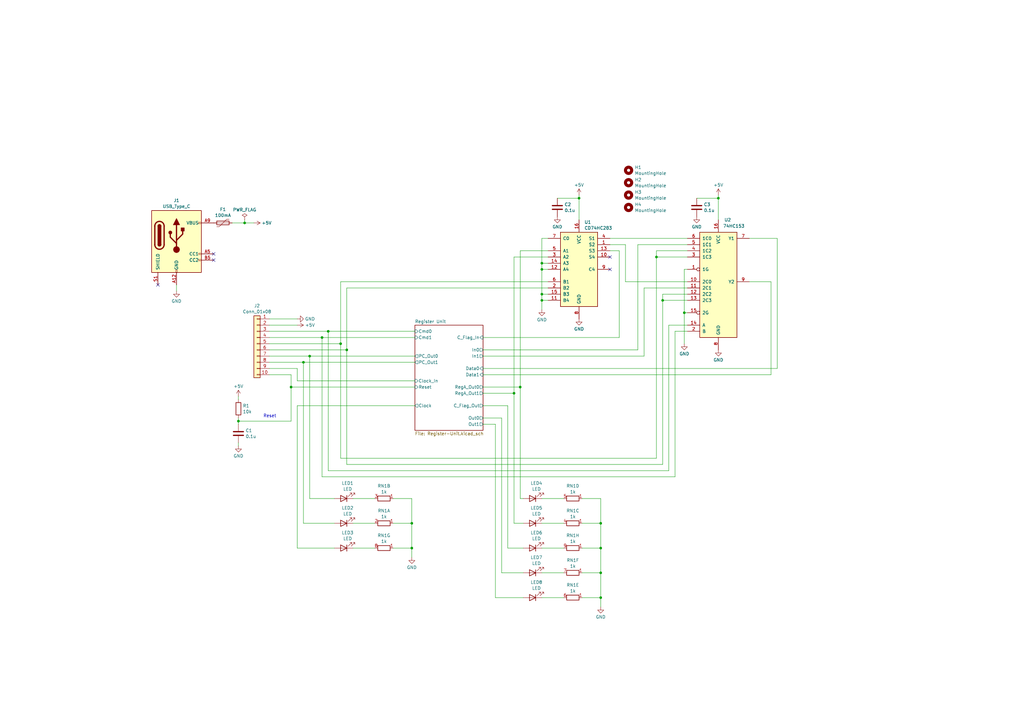
<source format=kicad_sch>
(kicad_sch
	(version 20231120)
	(generator "eeschema")
	(generator_version "8.0")
	(uuid "9562df22-a714-4e8f-ada7-5c4b00d1bdc9")
	(paper "A3")
	(lib_symbols
		(symbol "1bit-cpu-rescue:74HC153-Custom_Library"
			(pin_names
				(offset 1.016)
			)
			(exclude_from_sim no)
			(in_bom yes)
			(on_board yes)
			(property "Reference" "U"
				(at -7.62 21.59 0)
				(effects
					(font
						(size 1.27 1.27)
					)
				)
			)
			(property "Value" "Custom_Library_74HC153"
				(at -7.62 -24.13 0)
				(effects
					(font
						(size 1.27 1.27)
					)
				)
			)
			(property "Footprint" ""
				(at 0 0 0)
				(effects
					(font
						(size 1.27 1.27)
					)
					(hide yes)
				)
			)
			(property "Datasheet" ""
				(at 0 0 0)
				(effects
					(font
						(size 1.27 1.27)
					)
					(hide yes)
				)
			)
			(property "Description" ""
				(at 0 0 0)
				(effects
					(font
						(size 1.27 1.27)
					)
					(hide yes)
				)
			)
			(property "ki_locked" ""
				(at 0 0 0)
				(effects
					(font
						(size 1.27 1.27)
					)
				)
			)
			(property "ki_fp_filters" "DIP?16*"
				(at 0 0 0)
				(effects
					(font
						(size 1.27 1.27)
					)
					(hide yes)
				)
			)
			(symbol "74HC153-Custom_Library_1_0"
				(pin input inverted
					(at -12.7 5.08 0)
					(length 5.08)
					(name "1G"
						(effects
							(font
								(size 1.27 1.27)
							)
						)
					)
					(number "1"
						(effects
							(font
								(size 1.27 1.27)
							)
						)
					)
				)
				(pin input line
					(at -12.7 0 0)
					(length 5.08)
					(name "2C0"
						(effects
							(font
								(size 1.27 1.27)
							)
						)
					)
					(number "10"
						(effects
							(font
								(size 1.27 1.27)
							)
						)
					)
				)
				(pin input line
					(at -12.7 -2.54 0)
					(length 5.08)
					(name "2C1"
						(effects
							(font
								(size 1.27 1.27)
							)
						)
					)
					(number "11"
						(effects
							(font
								(size 1.27 1.27)
							)
						)
					)
				)
				(pin input line
					(at -12.7 -5.08 0)
					(length 5.08)
					(name "2C2"
						(effects
							(font
								(size 1.27 1.27)
							)
						)
					)
					(number "12"
						(effects
							(font
								(size 1.27 1.27)
							)
						)
					)
				)
				(pin input line
					(at -12.7 -7.62 0)
					(length 5.08)
					(name "2C3"
						(effects
							(font
								(size 1.27 1.27)
							)
						)
					)
					(number "13"
						(effects
							(font
								(size 1.27 1.27)
							)
						)
					)
				)
				(pin input line
					(at -12.7 -17.78 0)
					(length 5.08)
					(name "A"
						(effects
							(font
								(size 1.27 1.27)
							)
						)
					)
					(number "14"
						(effects
							(font
								(size 1.27 1.27)
							)
						)
					)
				)
				(pin input inverted
					(at -12.7 -12.7 0)
					(length 5.08)
					(name "2G"
						(effects
							(font
								(size 1.27 1.27)
							)
						)
					)
					(number "15"
						(effects
							(font
								(size 1.27 1.27)
							)
						)
					)
				)
				(pin power_in line
					(at 0 25.4 270)
					(length 5.08)
					(name "VCC"
						(effects
							(font
								(size 1.27 1.27)
							)
						)
					)
					(number "16"
						(effects
							(font
								(size 1.27 1.27)
							)
						)
					)
				)
				(pin input line
					(at -12.7 -20.32 0)
					(length 5.08)
					(name "B"
						(effects
							(font
								(size 1.27 1.27)
							)
						)
					)
					(number "2"
						(effects
							(font
								(size 1.27 1.27)
							)
						)
					)
				)
				(pin input line
					(at -12.7 10.16 0)
					(length 5.08)
					(name "1C3"
						(effects
							(font
								(size 1.27 1.27)
							)
						)
					)
					(number "3"
						(effects
							(font
								(size 1.27 1.27)
							)
						)
					)
				)
				(pin input line
					(at -12.7 12.7 0)
					(length 5.08)
					(name "1C2"
						(effects
							(font
								(size 1.27 1.27)
							)
						)
					)
					(number "4"
						(effects
							(font
								(size 1.27 1.27)
							)
						)
					)
				)
				(pin input line
					(at -12.7 15.24 0)
					(length 5.08)
					(name "1C1"
						(effects
							(font
								(size 1.27 1.27)
							)
						)
					)
					(number "5"
						(effects
							(font
								(size 1.27 1.27)
							)
						)
					)
				)
				(pin input line
					(at -12.7 17.78 0)
					(length 5.08)
					(name "1C0"
						(effects
							(font
								(size 1.27 1.27)
							)
						)
					)
					(number "6"
						(effects
							(font
								(size 1.27 1.27)
							)
						)
					)
				)
				(pin output line
					(at 12.7 17.78 180)
					(length 5.08)
					(name "Y1"
						(effects
							(font
								(size 1.27 1.27)
							)
						)
					)
					(number "7"
						(effects
							(font
								(size 1.27 1.27)
							)
						)
					)
				)
				(pin power_in line
					(at 0 -27.94 90)
					(length 5.08)
					(name "GND"
						(effects
							(font
								(size 1.27 1.27)
							)
						)
					)
					(number "8"
						(effects
							(font
								(size 1.27 1.27)
							)
						)
					)
				)
				(pin output line
					(at 12.7 0 180)
					(length 5.08)
					(name "Y2"
						(effects
							(font
								(size 1.27 1.27)
							)
						)
					)
					(number "9"
						(effects
							(font
								(size 1.27 1.27)
							)
						)
					)
				)
			)
			(symbol "74HC153-Custom_Library_1_1"
				(rectangle
					(start -7.62 20.32)
					(end 7.62 -22.86)
					(stroke
						(width 0.254)
						(type solid)
					)
					(fill
						(type background)
					)
				)
			)
		)
		(symbol "74xx:74LS283"
			(pin_names
				(offset 1.016)
			)
			(exclude_from_sim no)
			(in_bom yes)
			(on_board yes)
			(property "Reference" "U"
				(at -7.62 16.51 0)
				(effects
					(font
						(size 1.27 1.27)
					)
				)
			)
			(property "Value" "74LS283"
				(at -7.62 -16.51 0)
				(effects
					(font
						(size 1.27 1.27)
					)
				)
			)
			(property "Footprint" ""
				(at 0 0 0)
				(effects
					(font
						(size 1.27 1.27)
					)
					(hide yes)
				)
			)
			(property "Datasheet" "http://www.ti.com/lit/gpn/sn74LS283"
				(at 0 0 0)
				(effects
					(font
						(size 1.27 1.27)
					)
					(hide yes)
				)
			)
			(property "Description" "4-bit full Adder"
				(at 0 0 0)
				(effects
					(font
						(size 1.27 1.27)
					)
					(hide yes)
				)
			)
			(property "ki_locked" ""
				(at 0 0 0)
				(effects
					(font
						(size 1.27 1.27)
					)
				)
			)
			(property "ki_keywords" "TTL ADD Arith ALU"
				(at 0 0 0)
				(effects
					(font
						(size 1.27 1.27)
					)
					(hide yes)
				)
			)
			(property "ki_fp_filters" "DIP?16*"
				(at 0 0 0)
				(effects
					(font
						(size 1.27 1.27)
					)
					(hide yes)
				)
			)
			(symbol "74LS283_1_0"
				(pin output line
					(at 12.7 10.16 180)
					(length 5.08)
					(name "S2"
						(effects
							(font
								(size 1.27 1.27)
							)
						)
					)
					(number "1"
						(effects
							(font
								(size 1.27 1.27)
							)
						)
					)
				)
				(pin output line
					(at 12.7 5.08 180)
					(length 5.08)
					(name "S4"
						(effects
							(font
								(size 1.27 1.27)
							)
						)
					)
					(number "10"
						(effects
							(font
								(size 1.27 1.27)
							)
						)
					)
				)
				(pin input line
					(at -12.7 -12.7 0)
					(length 5.08)
					(name "B4"
						(effects
							(font
								(size 1.27 1.27)
							)
						)
					)
					(number "11"
						(effects
							(font
								(size 1.27 1.27)
							)
						)
					)
				)
				(pin input line
					(at -12.7 0 0)
					(length 5.08)
					(name "A4"
						(effects
							(font
								(size 1.27 1.27)
							)
						)
					)
					(number "12"
						(effects
							(font
								(size 1.27 1.27)
							)
						)
					)
				)
				(pin output line
					(at 12.7 7.62 180)
					(length 5.08)
					(name "S3"
						(effects
							(font
								(size 1.27 1.27)
							)
						)
					)
					(number "13"
						(effects
							(font
								(size 1.27 1.27)
							)
						)
					)
				)
				(pin input line
					(at -12.7 2.54 0)
					(length 5.08)
					(name "A3"
						(effects
							(font
								(size 1.27 1.27)
							)
						)
					)
					(number "14"
						(effects
							(font
								(size 1.27 1.27)
							)
						)
					)
				)
				(pin input line
					(at -12.7 -10.16 0)
					(length 5.08)
					(name "B3"
						(effects
							(font
								(size 1.27 1.27)
							)
						)
					)
					(number "15"
						(effects
							(font
								(size 1.27 1.27)
							)
						)
					)
				)
				(pin power_in line
					(at 0 20.32 270)
					(length 5.08)
					(name "VCC"
						(effects
							(font
								(size 1.27 1.27)
							)
						)
					)
					(number "16"
						(effects
							(font
								(size 1.27 1.27)
							)
						)
					)
				)
				(pin input line
					(at -12.7 -7.62 0)
					(length 5.08)
					(name "B2"
						(effects
							(font
								(size 1.27 1.27)
							)
						)
					)
					(number "2"
						(effects
							(font
								(size 1.27 1.27)
							)
						)
					)
				)
				(pin input line
					(at -12.7 5.08 0)
					(length 5.08)
					(name "A2"
						(effects
							(font
								(size 1.27 1.27)
							)
						)
					)
					(number "3"
						(effects
							(font
								(size 1.27 1.27)
							)
						)
					)
				)
				(pin output line
					(at 12.7 12.7 180)
					(length 5.08)
					(name "S1"
						(effects
							(font
								(size 1.27 1.27)
							)
						)
					)
					(number "4"
						(effects
							(font
								(size 1.27 1.27)
							)
						)
					)
				)
				(pin input line
					(at -12.7 7.62 0)
					(length 5.08)
					(name "A1"
						(effects
							(font
								(size 1.27 1.27)
							)
						)
					)
					(number "5"
						(effects
							(font
								(size 1.27 1.27)
							)
						)
					)
				)
				(pin input line
					(at -12.7 -5.08 0)
					(length 5.08)
					(name "B1"
						(effects
							(font
								(size 1.27 1.27)
							)
						)
					)
					(number "6"
						(effects
							(font
								(size 1.27 1.27)
							)
						)
					)
				)
				(pin input line
					(at -12.7 12.7 0)
					(length 5.08)
					(name "C0"
						(effects
							(font
								(size 1.27 1.27)
							)
						)
					)
					(number "7"
						(effects
							(font
								(size 1.27 1.27)
							)
						)
					)
				)
				(pin power_in line
					(at 0 -20.32 90)
					(length 5.08)
					(name "GND"
						(effects
							(font
								(size 1.27 1.27)
							)
						)
					)
					(number "8"
						(effects
							(font
								(size 1.27 1.27)
							)
						)
					)
				)
				(pin output line
					(at 12.7 0 180)
					(length 5.08)
					(name "C4"
						(effects
							(font
								(size 1.27 1.27)
							)
						)
					)
					(number "9"
						(effects
							(font
								(size 1.27 1.27)
							)
						)
					)
				)
			)
			(symbol "74LS283_1_1"
				(rectangle
					(start -7.62 15.24)
					(end 7.62 -15.24)
					(stroke
						(width 0.254)
						(type default)
					)
					(fill
						(type background)
					)
				)
			)
		)
		(symbol "Connector:USB_C_Receptacle_PowerOnly_6P"
			(pin_names
				(offset 1.016)
			)
			(exclude_from_sim no)
			(in_bom yes)
			(on_board yes)
			(property "Reference" "J"
				(at 0 16.51 0)
				(effects
					(font
						(size 1.27 1.27)
					)
					(justify bottom)
				)
			)
			(property "Value" "USB_C_Receptacle_PowerOnly_6P"
				(at 0 13.97 0)
				(effects
					(font
						(size 1.27 1.27)
					)
					(justify bottom)
				)
			)
			(property "Footprint" ""
				(at 3.81 2.54 0)
				(effects
					(font
						(size 1.27 1.27)
					)
					(hide yes)
				)
			)
			(property "Datasheet" "https://www.usb.org/sites/default/files/documents/usb_type-c.zip"
				(at 0 0 0)
				(effects
					(font
						(size 1.27 1.27)
					)
					(hide yes)
				)
			)
			(property "Description" "USB Power-Only 6P Type-C Receptacle connector"
				(at 0 0 0)
				(effects
					(font
						(size 1.27 1.27)
					)
					(hide yes)
				)
			)
			(property "ki_keywords" "usb universal serial bus type-C power-only charging-only 6P 6C"
				(at 0 0 0)
				(effects
					(font
						(size 1.27 1.27)
					)
					(hide yes)
				)
			)
			(property "ki_fp_filters" "USB*C*Receptacle*"
				(at 0 0 0)
				(effects
					(font
						(size 1.27 1.27)
					)
					(hide yes)
				)
			)
			(symbol "USB_C_Receptacle_PowerOnly_6P_0_0"
				(rectangle
					(start -0.254 -12.7)
					(end 0.254 -11.684)
					(stroke
						(width 0)
						(type default)
					)
					(fill
						(type none)
					)
				)
				(rectangle
					(start 10.16 -7.366)
					(end 9.144 -7.874)
					(stroke
						(width 0)
						(type default)
					)
					(fill
						(type none)
					)
				)
				(rectangle
					(start 10.16 -4.826)
					(end 9.144 -5.334)
					(stroke
						(width 0)
						(type default)
					)
					(fill
						(type none)
					)
				)
				(rectangle
					(start 10.16 7.874)
					(end 9.144 7.366)
					(stroke
						(width 0)
						(type default)
					)
					(fill
						(type none)
					)
				)
			)
			(symbol "USB_C_Receptacle_PowerOnly_6P_0_1"
				(rectangle
					(start -10.16 12.7)
					(end 10.16 -12.7)
					(stroke
						(width 0.254)
						(type default)
					)
					(fill
						(type background)
					)
				)
				(arc
					(start -8.89 -1.27)
					(mid -6.985 -3.1667)
					(end -5.08 -1.27)
					(stroke
						(width 0.508)
						(type default)
					)
					(fill
						(type none)
					)
				)
				(arc
					(start -7.62 -1.27)
					(mid -6.985 -1.9023)
					(end -6.35 -1.27)
					(stroke
						(width 0.254)
						(type default)
					)
					(fill
						(type none)
					)
				)
				(arc
					(start -7.62 -1.27)
					(mid -6.985 -1.9023)
					(end -6.35 -1.27)
					(stroke
						(width 0.254)
						(type default)
					)
					(fill
						(type outline)
					)
				)
				(rectangle
					(start -7.62 -1.27)
					(end -6.35 6.35)
					(stroke
						(width 0.254)
						(type default)
					)
					(fill
						(type outline)
					)
				)
				(arc
					(start -6.35 6.35)
					(mid -6.985 6.9823)
					(end -7.62 6.35)
					(stroke
						(width 0.254)
						(type default)
					)
					(fill
						(type none)
					)
				)
				(arc
					(start -6.35 6.35)
					(mid -6.985 6.9823)
					(end -7.62 6.35)
					(stroke
						(width 0.254)
						(type default)
					)
					(fill
						(type outline)
					)
				)
				(arc
					(start -5.08 6.35)
					(mid -6.985 8.2467)
					(end -8.89 6.35)
					(stroke
						(width 0.508)
						(type default)
					)
					(fill
						(type none)
					)
				)
				(circle
					(center -2.54 3.683)
					(radius 0.635)
					(stroke
						(width 0.254)
						(type default)
					)
					(fill
						(type outline)
					)
				)
				(circle
					(center 0 -3.302)
					(radius 1.27)
					(stroke
						(width 0)
						(type default)
					)
					(fill
						(type outline)
					)
				)
				(polyline
					(pts
						(xy -8.89 -1.27) (xy -8.89 6.35)
					)
					(stroke
						(width 0.508)
						(type default)
					)
					(fill
						(type none)
					)
				)
				(polyline
					(pts
						(xy -5.08 6.35) (xy -5.08 -1.27)
					)
					(stroke
						(width 0.508)
						(type default)
					)
					(fill
						(type none)
					)
				)
				(polyline
					(pts
						(xy 0 -3.302) (xy 0 6.858)
					)
					(stroke
						(width 0.508)
						(type default)
					)
					(fill
						(type none)
					)
				)
				(polyline
					(pts
						(xy 0 -0.762) (xy -2.54 1.778) (xy -2.54 3.048)
					)
					(stroke
						(width 0.508)
						(type default)
					)
					(fill
						(type none)
					)
				)
				(polyline
					(pts
						(xy 0 0.508) (xy 2.54 3.048) (xy 2.54 4.318)
					)
					(stroke
						(width 0.508)
						(type default)
					)
					(fill
						(type none)
					)
				)
				(polyline
					(pts
						(xy -1.27 6.858) (xy 0 9.398) (xy 1.27 6.858) (xy -1.27 6.858)
					)
					(stroke
						(width 0.254)
						(type default)
					)
					(fill
						(type outline)
					)
				)
				(rectangle
					(start 1.905 4.318)
					(end 3.175 5.588)
					(stroke
						(width 0.254)
						(type default)
					)
					(fill
						(type outline)
					)
				)
			)
			(symbol "USB_C_Receptacle_PowerOnly_6P_1_1"
				(pin passive line
					(at 0 -17.78 90)
					(length 5.08)
					(name "GND"
						(effects
							(font
								(size 1.27 1.27)
							)
						)
					)
					(number "A12"
						(effects
							(font
								(size 1.27 1.27)
							)
						)
					)
				)
				(pin bidirectional line
					(at 15.24 -5.08 180)
					(length 5.08)
					(name "CC1"
						(effects
							(font
								(size 1.27 1.27)
							)
						)
					)
					(number "A5"
						(effects
							(font
								(size 1.27 1.27)
							)
						)
					)
				)
				(pin passive line
					(at 15.24 7.62 180)
					(length 5.08)
					(name "VBUS"
						(effects
							(font
								(size 1.27 1.27)
							)
						)
					)
					(number "A9"
						(effects
							(font
								(size 1.27 1.27)
							)
						)
					)
				)
				(pin passive line
					(at 0 -17.78 90)
					(length 5.08) hide
					(name "GND"
						(effects
							(font
								(size 1.27 1.27)
							)
						)
					)
					(number "B12"
						(effects
							(font
								(size 1.27 1.27)
							)
						)
					)
				)
				(pin bidirectional line
					(at 15.24 -7.62 180)
					(length 5.08)
					(name "CC2"
						(effects
							(font
								(size 1.27 1.27)
							)
						)
					)
					(number "B5"
						(effects
							(font
								(size 1.27 1.27)
							)
						)
					)
				)
				(pin passive line
					(at 15.24 7.62 180)
					(length 5.08) hide
					(name "VBUS"
						(effects
							(font
								(size 1.27 1.27)
							)
						)
					)
					(number "B9"
						(effects
							(font
								(size 1.27 1.27)
							)
						)
					)
				)
				(pin passive line
					(at -7.62 -17.78 90)
					(length 5.08)
					(name "SHIELD"
						(effects
							(font
								(size 1.27 1.27)
							)
						)
					)
					(number "S1"
						(effects
							(font
								(size 1.27 1.27)
							)
						)
					)
				)
			)
		)
		(symbol "Connector_Generic:Conn_01x10"
			(pin_names
				(offset 1.016) hide)
			(exclude_from_sim no)
			(in_bom yes)
			(on_board yes)
			(property "Reference" "J"
				(at 0 12.7 0)
				(effects
					(font
						(size 1.27 1.27)
					)
				)
			)
			(property "Value" "Conn_01x10"
				(at 0 -15.24 0)
				(effects
					(font
						(size 1.27 1.27)
					)
				)
			)
			(property "Footprint" ""
				(at 0 0 0)
				(effects
					(font
						(size 1.27 1.27)
					)
					(hide yes)
				)
			)
			(property "Datasheet" "~"
				(at 0 0 0)
				(effects
					(font
						(size 1.27 1.27)
					)
					(hide yes)
				)
			)
			(property "Description" "Generic connector, single row, 01x10, script generated (kicad-library-utils/schlib/autogen/connector/)"
				(at 0 0 0)
				(effects
					(font
						(size 1.27 1.27)
					)
					(hide yes)
				)
			)
			(property "ki_keywords" "connector"
				(at 0 0 0)
				(effects
					(font
						(size 1.27 1.27)
					)
					(hide yes)
				)
			)
			(property "ki_fp_filters" "Connector*:*_1x??_*"
				(at 0 0 0)
				(effects
					(font
						(size 1.27 1.27)
					)
					(hide yes)
				)
			)
			(symbol "Conn_01x10_1_1"
				(rectangle
					(start -1.27 -12.573)
					(end 0 -12.827)
					(stroke
						(width 0.1524)
						(type default)
					)
					(fill
						(type none)
					)
				)
				(rectangle
					(start -1.27 -10.033)
					(end 0 -10.287)
					(stroke
						(width 0.1524)
						(type default)
					)
					(fill
						(type none)
					)
				)
				(rectangle
					(start -1.27 -7.493)
					(end 0 -7.747)
					(stroke
						(width 0.1524)
						(type default)
					)
					(fill
						(type none)
					)
				)
				(rectangle
					(start -1.27 -4.953)
					(end 0 -5.207)
					(stroke
						(width 0.1524)
						(type default)
					)
					(fill
						(type none)
					)
				)
				(rectangle
					(start -1.27 -2.413)
					(end 0 -2.667)
					(stroke
						(width 0.1524)
						(type default)
					)
					(fill
						(type none)
					)
				)
				(rectangle
					(start -1.27 0.127)
					(end 0 -0.127)
					(stroke
						(width 0.1524)
						(type default)
					)
					(fill
						(type none)
					)
				)
				(rectangle
					(start -1.27 2.667)
					(end 0 2.413)
					(stroke
						(width 0.1524)
						(type default)
					)
					(fill
						(type none)
					)
				)
				(rectangle
					(start -1.27 5.207)
					(end 0 4.953)
					(stroke
						(width 0.1524)
						(type default)
					)
					(fill
						(type none)
					)
				)
				(rectangle
					(start -1.27 7.747)
					(end 0 7.493)
					(stroke
						(width 0.1524)
						(type default)
					)
					(fill
						(type none)
					)
				)
				(rectangle
					(start -1.27 10.287)
					(end 0 10.033)
					(stroke
						(width 0.1524)
						(type default)
					)
					(fill
						(type none)
					)
				)
				(rectangle
					(start -1.27 11.43)
					(end 1.27 -13.97)
					(stroke
						(width 0.254)
						(type default)
					)
					(fill
						(type background)
					)
				)
				(pin passive line
					(at -5.08 10.16 0)
					(length 3.81)
					(name "Pin_1"
						(effects
							(font
								(size 1.27 1.27)
							)
						)
					)
					(number "1"
						(effects
							(font
								(size 1.27 1.27)
							)
						)
					)
				)
				(pin passive line
					(at -5.08 -12.7 0)
					(length 3.81)
					(name "Pin_10"
						(effects
							(font
								(size 1.27 1.27)
							)
						)
					)
					(number "10"
						(effects
							(font
								(size 1.27 1.27)
							)
						)
					)
				)
				(pin passive line
					(at -5.08 7.62 0)
					(length 3.81)
					(name "Pin_2"
						(effects
							(font
								(size 1.27 1.27)
							)
						)
					)
					(number "2"
						(effects
							(font
								(size 1.27 1.27)
							)
						)
					)
				)
				(pin passive line
					(at -5.08 5.08 0)
					(length 3.81)
					(name "Pin_3"
						(effects
							(font
								(size 1.27 1.27)
							)
						)
					)
					(number "3"
						(effects
							(font
								(size 1.27 1.27)
							)
						)
					)
				)
				(pin passive line
					(at -5.08 2.54 0)
					(length 3.81)
					(name "Pin_4"
						(effects
							(font
								(size 1.27 1.27)
							)
						)
					)
					(number "4"
						(effects
							(font
								(size 1.27 1.27)
							)
						)
					)
				)
				(pin passive line
					(at -5.08 0 0)
					(length 3.81)
					(name "Pin_5"
						(effects
							(font
								(size 1.27 1.27)
							)
						)
					)
					(number "5"
						(effects
							(font
								(size 1.27 1.27)
							)
						)
					)
				)
				(pin passive line
					(at -5.08 -2.54 0)
					(length 3.81)
					(name "Pin_6"
						(effects
							(font
								(size 1.27 1.27)
							)
						)
					)
					(number "6"
						(effects
							(font
								(size 1.27 1.27)
							)
						)
					)
				)
				(pin passive line
					(at -5.08 -5.08 0)
					(length 3.81)
					(name "Pin_7"
						(effects
							(font
								(size 1.27 1.27)
							)
						)
					)
					(number "7"
						(effects
							(font
								(size 1.27 1.27)
							)
						)
					)
				)
				(pin passive line
					(at -5.08 -7.62 0)
					(length 3.81)
					(name "Pin_8"
						(effects
							(font
								(size 1.27 1.27)
							)
						)
					)
					(number "8"
						(effects
							(font
								(size 1.27 1.27)
							)
						)
					)
				)
				(pin passive line
					(at -5.08 -10.16 0)
					(length 3.81)
					(name "Pin_9"
						(effects
							(font
								(size 1.27 1.27)
							)
						)
					)
					(number "9"
						(effects
							(font
								(size 1.27 1.27)
							)
						)
					)
				)
			)
		)
		(symbol "Device:C"
			(pin_numbers hide)
			(pin_names
				(offset 0.254)
			)
			(exclude_from_sim no)
			(in_bom yes)
			(on_board yes)
			(property "Reference" "C"
				(at 0.635 2.54 0)
				(effects
					(font
						(size 1.27 1.27)
					)
					(justify left)
				)
			)
			(property "Value" "C"
				(at 0.635 -2.54 0)
				(effects
					(font
						(size 1.27 1.27)
					)
					(justify left)
				)
			)
			(property "Footprint" ""
				(at 0.9652 -3.81 0)
				(effects
					(font
						(size 1.27 1.27)
					)
					(hide yes)
				)
			)
			(property "Datasheet" "~"
				(at 0 0 0)
				(effects
					(font
						(size 1.27 1.27)
					)
					(hide yes)
				)
			)
			(property "Description" "Unpolarized capacitor"
				(at 0 0 0)
				(effects
					(font
						(size 1.27 1.27)
					)
					(hide yes)
				)
			)
			(property "ki_keywords" "cap capacitor"
				(at 0 0 0)
				(effects
					(font
						(size 1.27 1.27)
					)
					(hide yes)
				)
			)
			(property "ki_fp_filters" "C_*"
				(at 0 0 0)
				(effects
					(font
						(size 1.27 1.27)
					)
					(hide yes)
				)
			)
			(symbol "C_0_1"
				(polyline
					(pts
						(xy -2.032 -0.762) (xy 2.032 -0.762)
					)
					(stroke
						(width 0.508)
						(type default)
					)
					(fill
						(type none)
					)
				)
				(polyline
					(pts
						(xy -2.032 0.762) (xy 2.032 0.762)
					)
					(stroke
						(width 0.508)
						(type default)
					)
					(fill
						(type none)
					)
				)
			)
			(symbol "C_1_1"
				(pin passive line
					(at 0 3.81 270)
					(length 2.794)
					(name "~"
						(effects
							(font
								(size 1.27 1.27)
							)
						)
					)
					(number "1"
						(effects
							(font
								(size 1.27 1.27)
							)
						)
					)
				)
				(pin passive line
					(at 0 -3.81 90)
					(length 2.794)
					(name "~"
						(effects
							(font
								(size 1.27 1.27)
							)
						)
					)
					(number "2"
						(effects
							(font
								(size 1.27 1.27)
							)
						)
					)
				)
			)
		)
		(symbol "Device:LED"
			(pin_numbers hide)
			(pin_names
				(offset 1.016) hide)
			(exclude_from_sim no)
			(in_bom yes)
			(on_board yes)
			(property "Reference" "D"
				(at 0 2.54 0)
				(effects
					(font
						(size 1.27 1.27)
					)
				)
			)
			(property "Value" "LED"
				(at 0 -2.54 0)
				(effects
					(font
						(size 1.27 1.27)
					)
				)
			)
			(property "Footprint" ""
				(at 0 0 0)
				(effects
					(font
						(size 1.27 1.27)
					)
					(hide yes)
				)
			)
			(property "Datasheet" "~"
				(at 0 0 0)
				(effects
					(font
						(size 1.27 1.27)
					)
					(hide yes)
				)
			)
			(property "Description" "Light emitting diode"
				(at 0 0 0)
				(effects
					(font
						(size 1.27 1.27)
					)
					(hide yes)
				)
			)
			(property "ki_keywords" "LED diode"
				(at 0 0 0)
				(effects
					(font
						(size 1.27 1.27)
					)
					(hide yes)
				)
			)
			(property "ki_fp_filters" "LED* LED_SMD:* LED_THT:*"
				(at 0 0 0)
				(effects
					(font
						(size 1.27 1.27)
					)
					(hide yes)
				)
			)
			(symbol "LED_0_1"
				(polyline
					(pts
						(xy -1.27 -1.27) (xy -1.27 1.27)
					)
					(stroke
						(width 0.254)
						(type default)
					)
					(fill
						(type none)
					)
				)
				(polyline
					(pts
						(xy -1.27 0) (xy 1.27 0)
					)
					(stroke
						(width 0)
						(type default)
					)
					(fill
						(type none)
					)
				)
				(polyline
					(pts
						(xy 1.27 -1.27) (xy 1.27 1.27) (xy -1.27 0) (xy 1.27 -1.27)
					)
					(stroke
						(width 0.254)
						(type default)
					)
					(fill
						(type none)
					)
				)
				(polyline
					(pts
						(xy -3.048 -0.762) (xy -4.572 -2.286) (xy -3.81 -2.286) (xy -4.572 -2.286) (xy -4.572 -1.524)
					)
					(stroke
						(width 0)
						(type default)
					)
					(fill
						(type none)
					)
				)
				(polyline
					(pts
						(xy -1.778 -0.762) (xy -3.302 -2.286) (xy -2.54 -2.286) (xy -3.302 -2.286) (xy -3.302 -1.524)
					)
					(stroke
						(width 0)
						(type default)
					)
					(fill
						(type none)
					)
				)
			)
			(symbol "LED_1_1"
				(pin passive line
					(at -3.81 0 0)
					(length 2.54)
					(name "K"
						(effects
							(font
								(size 1.27 1.27)
							)
						)
					)
					(number "1"
						(effects
							(font
								(size 1.27 1.27)
							)
						)
					)
				)
				(pin passive line
					(at 3.81 0 180)
					(length 2.54)
					(name "A"
						(effects
							(font
								(size 1.27 1.27)
							)
						)
					)
					(number "2"
						(effects
							(font
								(size 1.27 1.27)
							)
						)
					)
				)
			)
		)
		(symbol "Device:Polyfuse"
			(pin_numbers hide)
			(pin_names
				(offset 0)
			)
			(exclude_from_sim no)
			(in_bom yes)
			(on_board yes)
			(property "Reference" "F"
				(at -2.54 0 90)
				(effects
					(font
						(size 1.27 1.27)
					)
				)
			)
			(property "Value" "Polyfuse"
				(at 2.54 0 90)
				(effects
					(font
						(size 1.27 1.27)
					)
				)
			)
			(property "Footprint" ""
				(at 1.27 -5.08 0)
				(effects
					(font
						(size 1.27 1.27)
					)
					(justify left)
					(hide yes)
				)
			)
			(property "Datasheet" "~"
				(at 0 0 0)
				(effects
					(font
						(size 1.27 1.27)
					)
					(hide yes)
				)
			)
			(property "Description" "Resettable fuse, polymeric positive temperature coefficient"
				(at 0 0 0)
				(effects
					(font
						(size 1.27 1.27)
					)
					(hide yes)
				)
			)
			(property "ki_keywords" "resettable fuse PTC PPTC polyfuse polyswitch"
				(at 0 0 0)
				(effects
					(font
						(size 1.27 1.27)
					)
					(hide yes)
				)
			)
			(property "ki_fp_filters" "*polyfuse* *PTC*"
				(at 0 0 0)
				(effects
					(font
						(size 1.27 1.27)
					)
					(hide yes)
				)
			)
			(symbol "Polyfuse_0_1"
				(rectangle
					(start -0.762 2.54)
					(end 0.762 -2.54)
					(stroke
						(width 0.254)
						(type default)
					)
					(fill
						(type none)
					)
				)
				(polyline
					(pts
						(xy 0 2.54) (xy 0 -2.54)
					)
					(stroke
						(width 0)
						(type default)
					)
					(fill
						(type none)
					)
				)
				(polyline
					(pts
						(xy -1.524 2.54) (xy -1.524 1.524) (xy 1.524 -1.524) (xy 1.524 -2.54)
					)
					(stroke
						(width 0)
						(type default)
					)
					(fill
						(type none)
					)
				)
			)
			(symbol "Polyfuse_1_1"
				(pin passive line
					(at 0 3.81 270)
					(length 1.27)
					(name "~"
						(effects
							(font
								(size 1.27 1.27)
							)
						)
					)
					(number "1"
						(effects
							(font
								(size 1.27 1.27)
							)
						)
					)
				)
				(pin passive line
					(at 0 -3.81 90)
					(length 1.27)
					(name "~"
						(effects
							(font
								(size 1.27 1.27)
							)
						)
					)
					(number "2"
						(effects
							(font
								(size 1.27 1.27)
							)
						)
					)
				)
			)
		)
		(symbol "Device:R"
			(pin_numbers hide)
			(pin_names
				(offset 0)
			)
			(exclude_from_sim no)
			(in_bom yes)
			(on_board yes)
			(property "Reference" "R"
				(at 2.032 0 90)
				(effects
					(font
						(size 1.27 1.27)
					)
				)
			)
			(property "Value" "R"
				(at 0 0 90)
				(effects
					(font
						(size 1.27 1.27)
					)
				)
			)
			(property "Footprint" ""
				(at -1.778 0 90)
				(effects
					(font
						(size 1.27 1.27)
					)
					(hide yes)
				)
			)
			(property "Datasheet" "~"
				(at 0 0 0)
				(effects
					(font
						(size 1.27 1.27)
					)
					(hide yes)
				)
			)
			(property "Description" "Resistor"
				(at 0 0 0)
				(effects
					(font
						(size 1.27 1.27)
					)
					(hide yes)
				)
			)
			(property "ki_keywords" "R res resistor"
				(at 0 0 0)
				(effects
					(font
						(size 1.27 1.27)
					)
					(hide yes)
				)
			)
			(property "ki_fp_filters" "R_*"
				(at 0 0 0)
				(effects
					(font
						(size 1.27 1.27)
					)
					(hide yes)
				)
			)
			(symbol "R_0_1"
				(rectangle
					(start -1.016 -2.54)
					(end 1.016 2.54)
					(stroke
						(width 0.254)
						(type default)
					)
					(fill
						(type none)
					)
				)
			)
			(symbol "R_1_1"
				(pin passive line
					(at 0 3.81 270)
					(length 1.27)
					(name "~"
						(effects
							(font
								(size 1.27 1.27)
							)
						)
					)
					(number "1"
						(effects
							(font
								(size 1.27 1.27)
							)
						)
					)
				)
				(pin passive line
					(at 0 -3.81 90)
					(length 1.27)
					(name "~"
						(effects
							(font
								(size 1.27 1.27)
							)
						)
					)
					(number "2"
						(effects
							(font
								(size 1.27 1.27)
							)
						)
					)
				)
			)
		)
		(symbol "Device:R_Network08_Split"
			(pin_names
				(offset 0) hide)
			(exclude_from_sim no)
			(in_bom yes)
			(on_board yes)
			(property "Reference" "RN"
				(at 2.032 0 90)
				(effects
					(font
						(size 1.27 1.27)
					)
				)
			)
			(property "Value" "R_Network08_Split"
				(at 0 0 90)
				(effects
					(font
						(size 1.27 1.27)
					)
				)
			)
			(property "Footprint" "Resistor_THT:R_Array_SIP9"
				(at -2.032 0 90)
				(effects
					(font
						(size 1.27 1.27)
					)
					(hide yes)
				)
			)
			(property "Datasheet" "http://www.vishay.com/docs/31509/csc.pdf"
				(at 0 0 0)
				(effects
					(font
						(size 1.27 1.27)
					)
					(hide yes)
				)
			)
			(property "Description" "8 resistor network, star topology, bussed resistors, split"
				(at 0 0 0)
				(effects
					(font
						(size 1.27 1.27)
					)
					(hide yes)
				)
			)
			(property "ki_keywords" "R network star-topology"
				(at 0 0 0)
				(effects
					(font
						(size 1.27 1.27)
					)
					(hide yes)
				)
			)
			(property "ki_fp_filters" "R?Array?SIP*"
				(at 0 0 0)
				(effects
					(font
						(size 1.27 1.27)
					)
					(hide yes)
				)
			)
			(symbol "R_Network08_Split_0_1"
				(rectangle
					(start 1.016 2.54)
					(end -1.016 -2.54)
					(stroke
						(width 0.254)
						(type default)
					)
					(fill
						(type none)
					)
				)
				(pin passive line
					(at 0 3.81 270)
					(length 1.27)
					(name "R1"
						(effects
							(font
								(size 1.27 1.27)
							)
						)
					)
					(number "1"
						(effects
							(font
								(size 1.27 1.27)
							)
						)
					)
				)
			)
			(symbol "R_Network08_Split_1_1"
				(pin passive line
					(at 0 -3.81 90)
					(length 1.27)
					(name "R1.2"
						(effects
							(font
								(size 1.27 1.27)
							)
						)
					)
					(number "2"
						(effects
							(font
								(size 1.27 1.27)
							)
						)
					)
				)
			)
			(symbol "R_Network08_Split_2_1"
				(pin passive line
					(at 0 -3.81 90)
					(length 1.27)
					(name "R2.2"
						(effects
							(font
								(size 1.27 1.27)
							)
						)
					)
					(number "3"
						(effects
							(font
								(size 1.27 1.27)
							)
						)
					)
				)
			)
			(symbol "R_Network08_Split_3_1"
				(pin passive line
					(at 0 -3.81 90)
					(length 1.27)
					(name "R3.2"
						(effects
							(font
								(size 1.27 1.27)
							)
						)
					)
					(number "4"
						(effects
							(font
								(size 1.27 1.27)
							)
						)
					)
				)
			)
			(symbol "R_Network08_Split_4_1"
				(pin passive line
					(at 0 -3.81 90)
					(length 1.27)
					(name "R4.2"
						(effects
							(font
								(size 1.27 1.27)
							)
						)
					)
					(number "5"
						(effects
							(font
								(size 1.27 1.27)
							)
						)
					)
				)
			)
			(symbol "R_Network08_Split_5_1"
				(pin passive line
					(at 0 -3.81 90)
					(length 1.27)
					(name "R5.2"
						(effects
							(font
								(size 1.27 1.27)
							)
						)
					)
					(number "6"
						(effects
							(font
								(size 1.27 1.27)
							)
						)
					)
				)
			)
			(symbol "R_Network08_Split_6_1"
				(pin passive line
					(at 0 -3.81 90)
					(length 1.27)
					(name "R6.2"
						(effects
							(font
								(size 1.27 1.27)
							)
						)
					)
					(number "7"
						(effects
							(font
								(size 1.27 1.27)
							)
						)
					)
				)
			)
			(symbol "R_Network08_Split_7_1"
				(pin passive line
					(at 0 -3.81 90)
					(length 1.27)
					(name "R7.2"
						(effects
							(font
								(size 1.27 1.27)
							)
						)
					)
					(number "8"
						(effects
							(font
								(size 1.27 1.27)
							)
						)
					)
				)
			)
			(symbol "R_Network08_Split_8_1"
				(pin passive line
					(at 0 -3.81 90)
					(length 1.27)
					(name "R8.2"
						(effects
							(font
								(size 1.27 1.27)
							)
						)
					)
					(number "9"
						(effects
							(font
								(size 1.27 1.27)
							)
						)
					)
				)
			)
		)
		(symbol "Mechanical:MountingHole"
			(pin_names
				(offset 1.016)
			)
			(exclude_from_sim no)
			(in_bom yes)
			(on_board yes)
			(property "Reference" "H"
				(at 0 5.08 0)
				(effects
					(font
						(size 1.27 1.27)
					)
				)
			)
			(property "Value" "MountingHole"
				(at 0 3.175 0)
				(effects
					(font
						(size 1.27 1.27)
					)
				)
			)
			(property "Footprint" ""
				(at 0 0 0)
				(effects
					(font
						(size 1.27 1.27)
					)
					(hide yes)
				)
			)
			(property "Datasheet" "~"
				(at 0 0 0)
				(effects
					(font
						(size 1.27 1.27)
					)
					(hide yes)
				)
			)
			(property "Description" "Mounting Hole without connection"
				(at 0 0 0)
				(effects
					(font
						(size 1.27 1.27)
					)
					(hide yes)
				)
			)
			(property "ki_keywords" "mounting hole"
				(at 0 0 0)
				(effects
					(font
						(size 1.27 1.27)
					)
					(hide yes)
				)
			)
			(property "ki_fp_filters" "MountingHole*"
				(at 0 0 0)
				(effects
					(font
						(size 1.27 1.27)
					)
					(hide yes)
				)
			)
			(symbol "MountingHole_0_1"
				(circle
					(center 0 0)
					(radius 1.27)
					(stroke
						(width 1.27)
						(type default)
					)
					(fill
						(type none)
					)
				)
			)
		)
		(symbol "power:+5V"
			(power)
			(pin_names
				(offset 0)
			)
			(exclude_from_sim no)
			(in_bom yes)
			(on_board yes)
			(property "Reference" "#PWR"
				(at 0 -3.81 0)
				(effects
					(font
						(size 1.27 1.27)
					)
					(hide yes)
				)
			)
			(property "Value" "+5V"
				(at 0 3.556 0)
				(effects
					(font
						(size 1.27 1.27)
					)
				)
			)
			(property "Footprint" ""
				(at 0 0 0)
				(effects
					(font
						(size 1.27 1.27)
					)
					(hide yes)
				)
			)
			(property "Datasheet" ""
				(at 0 0 0)
				(effects
					(font
						(size 1.27 1.27)
					)
					(hide yes)
				)
			)
			(property "Description" "Power symbol creates a global label with name \"+5V\""
				(at 0 0 0)
				(effects
					(font
						(size 1.27 1.27)
					)
					(hide yes)
				)
			)
			(property "ki_keywords" "global power"
				(at 0 0 0)
				(effects
					(font
						(size 1.27 1.27)
					)
					(hide yes)
				)
			)
			(symbol "+5V_0_1"
				(polyline
					(pts
						(xy -0.762 1.27) (xy 0 2.54)
					)
					(stroke
						(width 0)
						(type default)
					)
					(fill
						(type none)
					)
				)
				(polyline
					(pts
						(xy 0 0) (xy 0 2.54)
					)
					(stroke
						(width 0)
						(type default)
					)
					(fill
						(type none)
					)
				)
				(polyline
					(pts
						(xy 0 2.54) (xy 0.762 1.27)
					)
					(stroke
						(width 0)
						(type default)
					)
					(fill
						(type none)
					)
				)
			)
			(symbol "+5V_1_1"
				(pin power_in line
					(at 0 0 90)
					(length 0) hide
					(name "+5V"
						(effects
							(font
								(size 1.27 1.27)
							)
						)
					)
					(number "1"
						(effects
							(font
								(size 1.27 1.27)
							)
						)
					)
				)
			)
		)
		(symbol "power:GND"
			(power)
			(pin_names
				(offset 0)
			)
			(exclude_from_sim no)
			(in_bom yes)
			(on_board yes)
			(property "Reference" "#PWR"
				(at 0 -6.35 0)
				(effects
					(font
						(size 1.27 1.27)
					)
					(hide yes)
				)
			)
			(property "Value" "GND"
				(at 0 -3.81 0)
				(effects
					(font
						(size 1.27 1.27)
					)
				)
			)
			(property "Footprint" ""
				(at 0 0 0)
				(effects
					(font
						(size 1.27 1.27)
					)
					(hide yes)
				)
			)
			(property "Datasheet" ""
				(at 0 0 0)
				(effects
					(font
						(size 1.27 1.27)
					)
					(hide yes)
				)
			)
			(property "Description" "Power symbol creates a global label with name \"GND\" , ground"
				(at 0 0 0)
				(effects
					(font
						(size 1.27 1.27)
					)
					(hide yes)
				)
			)
			(property "ki_keywords" "global power"
				(at 0 0 0)
				(effects
					(font
						(size 1.27 1.27)
					)
					(hide yes)
				)
			)
			(symbol "GND_0_1"
				(polyline
					(pts
						(xy 0 0) (xy 0 -1.27) (xy 1.27 -1.27) (xy 0 -2.54) (xy -1.27 -1.27) (xy 0 -1.27)
					)
					(stroke
						(width 0)
						(type default)
					)
					(fill
						(type none)
					)
				)
			)
			(symbol "GND_1_1"
				(pin power_in line
					(at 0 0 270)
					(length 0) hide
					(name "GND"
						(effects
							(font
								(size 1.27 1.27)
							)
						)
					)
					(number "1"
						(effects
							(font
								(size 1.27 1.27)
							)
						)
					)
				)
			)
		)
		(symbol "power:PWR_FLAG"
			(power)
			(pin_numbers hide)
			(pin_names
				(offset 0) hide)
			(exclude_from_sim no)
			(in_bom yes)
			(on_board yes)
			(property "Reference" "#FLG"
				(at 0 1.905 0)
				(effects
					(font
						(size 1.27 1.27)
					)
					(hide yes)
				)
			)
			(property "Value" "PWR_FLAG"
				(at 0 3.81 0)
				(effects
					(font
						(size 1.27 1.27)
					)
				)
			)
			(property "Footprint" ""
				(at 0 0 0)
				(effects
					(font
						(size 1.27 1.27)
					)
					(hide yes)
				)
			)
			(property "Datasheet" "~"
				(at 0 0 0)
				(effects
					(font
						(size 1.27 1.27)
					)
					(hide yes)
				)
			)
			(property "Description" "Special symbol for telling ERC where power comes from"
				(at 0 0 0)
				(effects
					(font
						(size 1.27 1.27)
					)
					(hide yes)
				)
			)
			(property "ki_keywords" "flag power"
				(at 0 0 0)
				(effects
					(font
						(size 1.27 1.27)
					)
					(hide yes)
				)
			)
			(symbol "PWR_FLAG_0_0"
				(pin power_out line
					(at 0 0 90)
					(length 0)
					(name "pwr"
						(effects
							(font
								(size 1.27 1.27)
							)
						)
					)
					(number "1"
						(effects
							(font
								(size 1.27 1.27)
							)
						)
					)
				)
			)
			(symbol "PWR_FLAG_0_1"
				(polyline
					(pts
						(xy 0 0) (xy 0 1.27) (xy -1.016 1.905) (xy 0 2.54) (xy 1.016 1.905) (xy 0 1.27)
					)
					(stroke
						(width 0)
						(type default)
					)
					(fill
						(type none)
					)
				)
			)
		)
	)
	(junction
		(at 139.7 140.97)
		(diameter 0)
		(color 0 0 0 0)
		(uuid "03d972e9-5a3a-4c69-9e7d-03077e3615ef")
	)
	(junction
		(at 222.25 120.65)
		(diameter 0)
		(color 0 0 0 0)
		(uuid "0509d04b-9292-480a-a7a8-38f789e97282")
	)
	(junction
		(at 246.38 234.95)
		(diameter 0)
		(color 0 0 0 0)
		(uuid "0b79a862-a53a-45a9-853c-2549f7d64921")
	)
	(junction
		(at 271.78 123.19)
		(diameter 0)
		(color 0 0 0 0)
		(uuid "0e315db2-3c07-4335-8209-aee087e059d6")
	)
	(junction
		(at 210.82 161.29)
		(diameter 0)
		(color 0 0 0 0)
		(uuid "180435f5-71e5-4d24-8fca-9ed55ab68a5c")
	)
	(junction
		(at 168.91 224.79)
		(diameter 0)
		(color 0 0 0 0)
		(uuid "247002d7-edac-4d02-ba4d-228f1e940fc1")
	)
	(junction
		(at 127 146.05)
		(diameter 0)
		(color 0 0 0 0)
		(uuid "2d322701-a83d-4655-a281-618d3203f0db")
	)
	(junction
		(at 222.25 107.95)
		(diameter 0)
		(color 0 0 0 0)
		(uuid "32ca818e-cbbe-44e1-9d59-677c0bf55d34")
	)
	(junction
		(at 97.79 172.72)
		(diameter 0)
		(color 0 0 0 0)
		(uuid "369ec478-3c8d-45d5-bb8f-936b49b960e7")
	)
	(junction
		(at 269.24 105.41)
		(diameter 0)
		(color 0 0 0 0)
		(uuid "3e6521a1-dc8d-4aa3-a267-1e403a8aa0be")
	)
	(junction
		(at 246.38 245.11)
		(diameter 0)
		(color 0 0 0 0)
		(uuid "3f3b57ad-72e3-4204-933e-dc11b4aea0b4")
	)
	(junction
		(at 119.38 158.75)
		(diameter 0)
		(color 0 0 0 0)
		(uuid "4260de99-495f-415f-bedb-bc61ebded5a4")
	)
	(junction
		(at 124.46 148.59)
		(diameter 0)
		(color 0 0 0 0)
		(uuid "441f18b5-a4ef-4690-a2b5-3ef049ddd6f7")
	)
	(junction
		(at 134.62 135.89)
		(diameter 0)
		(color 0 0 0 0)
		(uuid "71c3ce7c-b4ff-4b03-8365-b45a567f0a38")
	)
	(junction
		(at 100.33 91.44)
		(diameter 0)
		(color 0 0 0 0)
		(uuid "73c6df39-4cab-4565-a725-431bc5698fb7")
	)
	(junction
		(at 294.64 81.28)
		(diameter 0)
		(color 0 0 0 0)
		(uuid "7bc6d291-c0d2-42d8-a52b-7a1028501abb")
	)
	(junction
		(at 142.24 143.51)
		(diameter 0)
		(color 0 0 0 0)
		(uuid "ad2ae180-cb81-4042-8ba5-407f72e7b092")
	)
	(junction
		(at 222.25 123.19)
		(diameter 0)
		(color 0 0 0 0)
		(uuid "c6a79c40-b915-4cd6-b417-cc4c455ccc25")
	)
	(junction
		(at 246.38 214.63)
		(diameter 0)
		(color 0 0 0 0)
		(uuid "c6b6d9d6-1c04-4f19-8d73-36dbea9b1144")
	)
	(junction
		(at 280.67 128.27)
		(diameter 0)
		(color 0 0 0 0)
		(uuid "ca145a00-b356-4fa9-9c44-d47693daa9d0")
	)
	(junction
		(at 132.08 138.43)
		(diameter 0)
		(color 0 0 0 0)
		(uuid "cdb0a804-07e1-4873-a328-455ae03cd434")
	)
	(junction
		(at 213.36 158.75)
		(diameter 0)
		(color 0 0 0 0)
		(uuid "d40f9521-f5ac-47b4-ba0a-74a8bbdfe8dd")
	)
	(junction
		(at 168.91 214.63)
		(diameter 0)
		(color 0 0 0 0)
		(uuid "dbb718eb-d8bd-430d-bdbf-aac7aff5eaf3")
	)
	(junction
		(at 237.49 81.28)
		(diameter 0)
		(color 0 0 0 0)
		(uuid "e34072de-c0a5-4ed2-b774-81fa49a46169")
	)
	(junction
		(at 246.38 224.79)
		(diameter 0)
		(color 0 0 0 0)
		(uuid "fcf9a414-3d0d-433b-a504-b52b6e65452c")
	)
	(junction
		(at 222.25 110.49)
		(diameter 0)
		(color 0 0 0 0)
		(uuid "fd9b464c-611c-492a-a408-8fd3735c07f1")
	)
	(no_connect
		(at 87.63 104.14)
		(uuid "4fb4c1d9-9827-47be-94e7-4dc2d1a3d744")
	)
	(no_connect
		(at 250.19 105.41)
		(uuid "628ee5af-7949-46dd-b1cc-f037d7179ebc")
	)
	(no_connect
		(at 64.77 116.84)
		(uuid "9e35778c-c18a-4a1a-9563-4dbb0ea618b6")
	)
	(no_connect
		(at 250.19 110.49)
		(uuid "e6d840fd-456f-4771-92fd-b160fa283a60")
	)
	(no_connect
		(at 87.63 106.68)
		(uuid "fa916e79-5a56-461d-befa-970b6e888f71")
	)
	(wire
		(pts
			(xy 280.67 110.49) (xy 280.67 128.27)
		)
		(stroke
			(width 0)
			(type default)
		)
		(uuid "005a1e0c-afc6-4ce5-8643-e2b11356e946")
	)
	(wire
		(pts
			(xy 110.49 130.81) (xy 121.92 130.81)
		)
		(stroke
			(width 0)
			(type default)
		)
		(uuid "0100fb57-05db-443b-b15b-e4b2ff5b41b3")
	)
	(wire
		(pts
			(xy 124.46 148.59) (xy 170.18 148.59)
		)
		(stroke
			(width 0)
			(type default)
		)
		(uuid "03139f45-8cc9-48d3-866a-5d8bf861a779")
	)
	(wire
		(pts
			(xy 198.12 171.45) (xy 205.74 171.45)
		)
		(stroke
			(width 0)
			(type default)
		)
		(uuid "03959224-5d72-4050-bcee-7af364e689e3")
	)
	(wire
		(pts
			(xy 95.25 91.44) (xy 100.33 91.44)
		)
		(stroke
			(width 0)
			(type default)
		)
		(uuid "04fd0a4d-ebca-4420-98a7-11131992bea1")
	)
	(wire
		(pts
			(xy 281.94 110.49) (xy 280.67 110.49)
		)
		(stroke
			(width 0)
			(type default)
		)
		(uuid "063d264e-255a-4ace-9966-dc0e92362730")
	)
	(wire
		(pts
			(xy 110.49 146.05) (xy 127 146.05)
		)
		(stroke
			(width 0)
			(type default)
		)
		(uuid "09244f25-be54-4a36-87da-646f0eced200")
	)
	(wire
		(pts
			(xy 269.24 105.41) (xy 269.24 187.96)
		)
		(stroke
			(width 0)
			(type default)
		)
		(uuid "09977d57-d972-4536-9e86-a6574ad60044")
	)
	(wire
		(pts
			(xy 110.49 143.51) (xy 142.24 143.51)
		)
		(stroke
			(width 0)
			(type default)
		)
		(uuid "0c440ad1-f062-47ba-9330-b8e5d386b74a")
	)
	(wire
		(pts
			(xy 198.12 173.99) (xy 203.2 173.99)
		)
		(stroke
			(width 0)
			(type default)
		)
		(uuid "0d93f83a-01d1-4326-8a55-553819f50a2c")
	)
	(wire
		(pts
			(xy 264.16 118.11) (xy 281.94 118.11)
		)
		(stroke
			(width 0)
			(type default)
		)
		(uuid "0e244075-f7e1-4349-bff5-39c0c95fe65f")
	)
	(wire
		(pts
			(xy 110.49 153.67) (xy 119.38 153.67)
		)
		(stroke
			(width 0)
			(type default)
		)
		(uuid "14346172-1814-4f17-87be-751d8e7fed5d")
	)
	(wire
		(pts
			(xy 222.25 123.19) (xy 222.25 127)
		)
		(stroke
			(width 0)
			(type default)
		)
		(uuid "1a732387-3407-4e5d-b0cd-ebbac6e8a40e")
	)
	(wire
		(pts
			(xy 198.12 143.51) (xy 261.62 143.51)
		)
		(stroke
			(width 0)
			(type default)
		)
		(uuid "1afa7d0a-b162-4bcb-8418-3916f6d4cb03")
	)
	(wire
		(pts
			(xy 222.25 123.19) (xy 224.79 123.19)
		)
		(stroke
			(width 0)
			(type default)
		)
		(uuid "1e80bc2b-5d47-4028-bdb6-d0cbe51b8e2d")
	)
	(wire
		(pts
			(xy 198.12 161.29) (xy 210.82 161.29)
		)
		(stroke
			(width 0)
			(type default)
		)
		(uuid "22d71e74-3632-4275-a15f-af8fd1098146")
	)
	(wire
		(pts
			(xy 110.49 135.89) (xy 134.62 135.89)
		)
		(stroke
			(width 0)
			(type default)
		)
		(uuid "22dab736-9e9a-425b-92df-f41f3a7382aa")
	)
	(wire
		(pts
			(xy 110.49 151.13) (xy 121.92 151.13)
		)
		(stroke
			(width 0)
			(type default)
		)
		(uuid "25abecac-51a0-4c08-be3d-513bf14de2af")
	)
	(wire
		(pts
			(xy 142.24 143.51) (xy 142.24 190.5)
		)
		(stroke
			(width 0)
			(type default)
		)
		(uuid "2651b4db-c989-4295-bdfd-5497852e30de")
	)
	(wire
		(pts
			(xy 246.38 234.95) (xy 246.38 245.11)
		)
		(stroke
			(width 0)
			(type default)
		)
		(uuid "26f798b9-3d23-41da-999d-b451689e1912")
	)
	(wire
		(pts
			(xy 276.86 135.89) (xy 281.94 135.89)
		)
		(stroke
			(width 0)
			(type default)
		)
		(uuid "2724d506-d244-4f64-8cdb-a1b50b30a258")
	)
	(wire
		(pts
			(xy 134.62 193.04) (xy 274.32 193.04)
		)
		(stroke
			(width 0)
			(type default)
		)
		(uuid "274c5589-a05a-47a6-9c48-cdd19c1e1a98")
	)
	(wire
		(pts
			(xy 318.77 151.13) (xy 198.12 151.13)
		)
		(stroke
			(width 0)
			(type default)
		)
		(uuid "2764115d-1ca4-4575-b7e9-a8ff10806327")
	)
	(wire
		(pts
			(xy 264.16 118.11) (xy 264.16 146.05)
		)
		(stroke
			(width 0)
			(type default)
		)
		(uuid "27805f94-b641-4b9c-86cd-62d9b045c7af")
	)
	(wire
		(pts
			(xy 97.79 171.45) (xy 97.79 172.72)
		)
		(stroke
			(width 0)
			(type default)
		)
		(uuid "27ae187c-a945-4fec-a467-38972f7adc14")
	)
	(wire
		(pts
			(xy 134.62 135.89) (xy 134.62 193.04)
		)
		(stroke
			(width 0)
			(type default)
		)
		(uuid "27fe2c91-fad6-4915-94c4-673bdf300771")
	)
	(wire
		(pts
			(xy 281.94 105.41) (xy 269.24 105.41)
		)
		(stroke
			(width 0)
			(type default)
		)
		(uuid "2a4707af-c4fe-4056-b626-fe8e83cea2bc")
	)
	(wire
		(pts
			(xy 161.29 214.63) (xy 168.91 214.63)
		)
		(stroke
			(width 0)
			(type default)
		)
		(uuid "2a8e3977-195c-4536-9ff3-bcd3adfbb1b7")
	)
	(wire
		(pts
			(xy 222.25 110.49) (xy 224.79 110.49)
		)
		(stroke
			(width 0)
			(type default)
		)
		(uuid "2b2cdfca-d83a-4392-b373-fb8253adc5fd")
	)
	(wire
		(pts
			(xy 97.79 181.61) (xy 97.79 182.88)
		)
		(stroke
			(width 0)
			(type default)
		)
		(uuid "2dc49cba-4f86-4d20-b26c-c944acd21a45")
	)
	(wire
		(pts
			(xy 205.74 171.45) (xy 205.74 234.95)
		)
		(stroke
			(width 0)
			(type default)
		)
		(uuid "2dcda612-5a9b-4503-8752-91d79ae0c518")
	)
	(wire
		(pts
			(xy 198.12 138.43) (xy 254 138.43)
		)
		(stroke
			(width 0)
			(type default)
		)
		(uuid "3016bff9-e85a-4c8b-9127-4a3e6e1e1b5c")
	)
	(wire
		(pts
			(xy 127 146.05) (xy 170.18 146.05)
		)
		(stroke
			(width 0)
			(type default)
		)
		(uuid "3102176a-ecf9-4a43-a62c-42ffce49a4a8")
	)
	(wire
		(pts
			(xy 142.24 118.11) (xy 142.24 143.51)
		)
		(stroke
			(width 0)
			(type default)
		)
		(uuid "339c9b6a-7f30-40cd-b456-6815cd7c2d1b")
	)
	(wire
		(pts
			(xy 222.25 97.79) (xy 222.25 107.95)
		)
		(stroke
			(width 0)
			(type default)
		)
		(uuid "375da9de-a916-40e7-8e41-eeffb073724d")
	)
	(wire
		(pts
			(xy 318.77 97.79) (xy 318.77 151.13)
		)
		(stroke
			(width 0)
			(type default)
		)
		(uuid "377c33cb-e055-452e-8d19-4e6ef87fd98a")
	)
	(wire
		(pts
			(xy 261.62 100.33) (xy 281.94 100.33)
		)
		(stroke
			(width 0)
			(type default)
		)
		(uuid "38171812-d454-4fa1-8bf3-881de86b218d")
	)
	(wire
		(pts
			(xy 280.67 128.27) (xy 281.94 128.27)
		)
		(stroke
			(width 0)
			(type default)
		)
		(uuid "3819813e-b6d0-40c4-ac29-5b41c0b1caea")
	)
	(wire
		(pts
			(xy 307.34 115.57) (xy 316.23 115.57)
		)
		(stroke
			(width 0)
			(type default)
		)
		(uuid "3a9a6f9e-0ebe-4529-91e3-2a3d3722521a")
	)
	(wire
		(pts
			(xy 271.78 123.19) (xy 271.78 190.5)
		)
		(stroke
			(width 0)
			(type default)
		)
		(uuid "3aa2529a-172e-4daa-a3ff-2642f148cddd")
	)
	(wire
		(pts
			(xy 139.7 115.57) (xy 139.7 140.97)
		)
		(stroke
			(width 0)
			(type default)
		)
		(uuid "3b4c077b-1b8f-4f0b-9fa0-e67b2893dceb")
	)
	(wire
		(pts
			(xy 139.7 115.57) (xy 224.79 115.57)
		)
		(stroke
			(width 0)
			(type default)
		)
		(uuid "3c9e8f3d-12c7-4ca8-af7f-bc340fe36f45")
	)
	(wire
		(pts
			(xy 110.49 138.43) (xy 132.08 138.43)
		)
		(stroke
			(width 0)
			(type default)
		)
		(uuid "3ed53d07-17f9-42db-b709-f965d85ccbd0")
	)
	(wire
		(pts
			(xy 203.2 173.99) (xy 203.2 245.11)
		)
		(stroke
			(width 0)
			(type default)
		)
		(uuid "3fce26f7-5ca8-4ac9-a4dc-82b59e73121b")
	)
	(wire
		(pts
			(xy 213.36 102.87) (xy 224.79 102.87)
		)
		(stroke
			(width 0)
			(type default)
		)
		(uuid "451431c8-437a-40c4-a3c9-482301e7c3e6")
	)
	(wire
		(pts
			(xy 139.7 140.97) (xy 139.7 187.96)
		)
		(stroke
			(width 0)
			(type default)
		)
		(uuid "49dfc49f-7ffb-48b9-94ce-c748524dea2b")
	)
	(wire
		(pts
			(xy 144.78 204.47) (xy 153.67 204.47)
		)
		(stroke
			(width 0)
			(type default)
		)
		(uuid "52ed2d36-bc6f-446a-a50b-72a2b00aa0ae")
	)
	(wire
		(pts
			(xy 294.64 81.28) (xy 294.64 90.17)
		)
		(stroke
			(width 0)
			(type default)
		)
		(uuid "54ac9c44-7d0e-4096-af49-75360b81cbb0")
	)
	(wire
		(pts
			(xy 97.79 162.56) (xy 97.79 163.83)
		)
		(stroke
			(width 0)
			(type default)
		)
		(uuid "56ad8919-12cf-4bfe-a233-0f61f9b2d76e")
	)
	(wire
		(pts
			(xy 264.16 146.05) (xy 198.12 146.05)
		)
		(stroke
			(width 0)
			(type default)
		)
		(uuid "56fbaf57-c586-40c9-9b2b-5c7a33fe59e4")
	)
	(wire
		(pts
			(xy 222.25 204.47) (xy 231.14 204.47)
		)
		(stroke
			(width 0)
			(type default)
		)
		(uuid "5730c7ac-83d5-4edf-9334-174d6201b7e8")
	)
	(wire
		(pts
			(xy 144.78 224.79) (xy 153.67 224.79)
		)
		(stroke
			(width 0)
			(type default)
		)
		(uuid "57479122-38ad-4204-8d92-d05c3e76d266")
	)
	(wire
		(pts
			(xy 222.25 107.95) (xy 222.25 110.49)
		)
		(stroke
			(width 0)
			(type default)
		)
		(uuid "57a6770e-c274-47f9-9f66-77310b03133e")
	)
	(wire
		(pts
			(xy 208.28 166.37) (xy 208.28 224.79)
		)
		(stroke
			(width 0)
			(type default)
		)
		(uuid "5a198330-b548-4c24-a66f-067377296a69")
	)
	(wire
		(pts
			(xy 274.32 133.35) (xy 281.94 133.35)
		)
		(stroke
			(width 0)
			(type default)
		)
		(uuid "5a36882c-6b24-4c3a-84af-8ce889f9378e")
	)
	(wire
		(pts
			(xy 104.14 91.44) (xy 100.33 91.44)
		)
		(stroke
			(width 0)
			(type default)
		)
		(uuid "5ec0e187-6212-4a99-958c-5f632b9fec84")
	)
	(wire
		(pts
			(xy 271.78 123.19) (xy 281.94 123.19)
		)
		(stroke
			(width 0)
			(type default)
		)
		(uuid "5fee9884-2d1e-49f7-bea7-c80ce71d6049")
	)
	(wire
		(pts
			(xy 238.76 204.47) (xy 246.38 204.47)
		)
		(stroke
			(width 0)
			(type default)
		)
		(uuid "60f1392d-78b0-4a98-b0ee-579f31870f90")
	)
	(wire
		(pts
			(xy 250.19 100.33) (xy 256.54 100.33)
		)
		(stroke
			(width 0)
			(type default)
		)
		(uuid "66d918b1-ecad-42ba-a6d6-7f0aab6eb31a")
	)
	(wire
		(pts
			(xy 269.24 102.87) (xy 281.94 102.87)
		)
		(stroke
			(width 0)
			(type default)
		)
		(uuid "670687c6-d5dc-4b4a-9aa0-3807db7bbfda")
	)
	(wire
		(pts
			(xy 256.54 115.57) (xy 256.54 100.33)
		)
		(stroke
			(width 0)
			(type default)
		)
		(uuid "6a538aa2-259a-4683-b34d-df5d204afcf8")
	)
	(wire
		(pts
			(xy 246.38 204.47) (xy 246.38 214.63)
		)
		(stroke
			(width 0)
			(type default)
		)
		(uuid "6d1c33d0-b221-4d51-971d-fb7933616d95")
	)
	(wire
		(pts
			(xy 168.91 224.79) (xy 168.91 228.6)
		)
		(stroke
			(width 0)
			(type default)
		)
		(uuid "6d912bbf-58eb-476e-8cfb-28e6c12f22ec")
	)
	(wire
		(pts
			(xy 254 102.87) (xy 254 138.43)
		)
		(stroke
			(width 0)
			(type default)
		)
		(uuid "6ed5f3a3-0ae0-4ad2-9c24-4dbe110703cb")
	)
	(wire
		(pts
			(xy 238.76 224.79) (xy 246.38 224.79)
		)
		(stroke
			(width 0)
			(type default)
		)
		(uuid "6ef49157-970e-4521-b4a9-50f8995d374d")
	)
	(wire
		(pts
			(xy 121.92 166.37) (xy 121.92 224.79)
		)
		(stroke
			(width 0)
			(type default)
		)
		(uuid "6f7b738d-9fac-4ff1-b697-9f4e424af210")
	)
	(wire
		(pts
			(xy 222.25 120.65) (xy 222.25 123.19)
		)
		(stroke
			(width 0)
			(type default)
		)
		(uuid "6fddd5f0-e57a-4d64-adc3-e541f16d3d9a")
	)
	(wire
		(pts
			(xy 110.49 133.35) (xy 121.92 133.35)
		)
		(stroke
			(width 0)
			(type default)
		)
		(uuid "70bf48c0-6254-46ef-92af-ec51919f926d")
	)
	(wire
		(pts
			(xy 238.76 245.11) (xy 246.38 245.11)
		)
		(stroke
			(width 0)
			(type default)
		)
		(uuid "71cdc5d8-3ad4-4bc4-89fa-33fb9f4b6eb6")
	)
	(wire
		(pts
			(xy 316.23 115.57) (xy 316.23 153.67)
		)
		(stroke
			(width 0)
			(type default)
		)
		(uuid "768ca37b-91a5-4981-b944-2db269d89076")
	)
	(wire
		(pts
			(xy 144.78 214.63) (xy 153.67 214.63)
		)
		(stroke
			(width 0)
			(type default)
		)
		(uuid "7a66a170-34ce-4c42-ba5b-650365a676c1")
	)
	(wire
		(pts
			(xy 213.36 204.47) (xy 213.36 158.75)
		)
		(stroke
			(width 0)
			(type default)
		)
		(uuid "7b135982-02e7-4a32-b0dc-c2f33708ddb5")
	)
	(wire
		(pts
			(xy 214.63 224.79) (xy 208.28 224.79)
		)
		(stroke
			(width 0)
			(type default)
		)
		(uuid "7fc2e064-afef-4823-a354-ba79bcd9c2a8")
	)
	(wire
		(pts
			(xy 205.74 234.95) (xy 214.63 234.95)
		)
		(stroke
			(width 0)
			(type default)
		)
		(uuid "7ff865f1-9251-4b40-a952-110cd0e99051")
	)
	(wire
		(pts
			(xy 210.82 105.41) (xy 210.82 161.29)
		)
		(stroke
			(width 0)
			(type default)
		)
		(uuid "8220a9fb-59c9-496f-9978-a04c707f2f20")
	)
	(wire
		(pts
			(xy 307.34 97.79) (xy 318.77 97.79)
		)
		(stroke
			(width 0)
			(type default)
		)
		(uuid "8287f3c7-2440-42f0-8ec5-5f1d770febbe")
	)
	(wire
		(pts
			(xy 250.19 102.87) (xy 254 102.87)
		)
		(stroke
			(width 0)
			(type default)
		)
		(uuid "85010b4c-792e-4a5b-bc52-d88a5b3a8cd6")
	)
	(wire
		(pts
			(xy 213.36 204.47) (xy 214.63 204.47)
		)
		(stroke
			(width 0)
			(type default)
		)
		(uuid "87cd1a90-b645-4ee0-882f-7fc5c0becb3d")
	)
	(wire
		(pts
			(xy 222.25 120.65) (xy 224.79 120.65)
		)
		(stroke
			(width 0)
			(type default)
		)
		(uuid "87d01265-3a63-49f4-b6d0-99e421072701")
	)
	(wire
		(pts
			(xy 285.75 81.28) (xy 294.64 81.28)
		)
		(stroke
			(width 0)
			(type default)
		)
		(uuid "8aa44fda-e95b-4d0a-ab2d-e60d32da7ed3")
	)
	(wire
		(pts
			(xy 224.79 105.41) (xy 210.82 105.41)
		)
		(stroke
			(width 0)
			(type default)
		)
		(uuid "8ae530ff-0bb0-432d-8d1f-08447e7118c6")
	)
	(wire
		(pts
			(xy 119.38 153.67) (xy 119.38 158.75)
		)
		(stroke
			(width 0)
			(type default)
		)
		(uuid "8e22f555-9628-471d-9ce0-4b80eb866215")
	)
	(wire
		(pts
			(xy 161.29 224.79) (xy 168.91 224.79)
		)
		(stroke
			(width 0)
			(type default)
		)
		(uuid "8e494cb1-fc3b-4736-82d6-cc43fa4d1319")
	)
	(wire
		(pts
			(xy 210.82 214.63) (xy 210.82 161.29)
		)
		(stroke
			(width 0)
			(type default)
		)
		(uuid "8e76891e-ab3b-4e37-bf1a-ae0ff0353bc5")
	)
	(wire
		(pts
			(xy 132.08 195.58) (xy 276.86 195.58)
		)
		(stroke
			(width 0)
			(type default)
		)
		(uuid "93aedd9a-7ded-4511-ab9b-72e3b40a2ec4")
	)
	(wire
		(pts
			(xy 124.46 148.59) (xy 124.46 214.63)
		)
		(stroke
			(width 0)
			(type default)
		)
		(uuid "9541e58d-7743-4f5d-ad5b-4536d32bcc77")
	)
	(wire
		(pts
			(xy 170.18 166.37) (xy 121.92 166.37)
		)
		(stroke
			(width 0)
			(type default)
		)
		(uuid "98c6d577-d074-4699-9692-d24c09eb355d")
	)
	(wire
		(pts
			(xy 224.79 118.11) (xy 142.24 118.11)
		)
		(stroke
			(width 0)
			(type default)
		)
		(uuid "98dc0826-4f47-42ec-86e0-09035a8f2339")
	)
	(wire
		(pts
			(xy 214.63 214.63) (xy 210.82 214.63)
		)
		(stroke
			(width 0)
			(type default)
		)
		(uuid "9a75b2e1-1ecf-48c4-8160-ad439baa99b8")
	)
	(wire
		(pts
			(xy 161.29 204.47) (xy 168.91 204.47)
		)
		(stroke
			(width 0)
			(type default)
		)
		(uuid "9bb873a1-416b-4e6c-8ab3-bfe6efe653b3")
	)
	(wire
		(pts
			(xy 121.92 156.21) (xy 170.18 156.21)
		)
		(stroke
			(width 0)
			(type default)
		)
		(uuid "9c8ee092-62fb-417b-8067-a77397ca56f2")
	)
	(wire
		(pts
			(xy 132.08 138.43) (xy 170.18 138.43)
		)
		(stroke
			(width 0)
			(type default)
		)
		(uuid "9e9c5287-e259-406a-a782-9fca2314e58b")
	)
	(wire
		(pts
			(xy 222.25 245.11) (xy 231.14 245.11)
		)
		(stroke
			(width 0)
			(type default)
		)
		(uuid "a5006a44-6888-43c2-9e34-31ac8bc53391")
	)
	(wire
		(pts
			(xy 246.38 224.79) (xy 246.38 234.95)
		)
		(stroke
			(width 0)
			(type default)
		)
		(uuid "a6641fbb-8e05-43ff-bfa4-acc1f2bd2e95")
	)
	(wire
		(pts
			(xy 222.25 224.79) (xy 231.14 224.79)
		)
		(stroke
			(width 0)
			(type default)
		)
		(uuid "a7073ca9-e4f5-4f3d-92b2-3000b2acd1cd")
	)
	(wire
		(pts
			(xy 127 146.05) (xy 127 204.47)
		)
		(stroke
			(width 0)
			(type default)
		)
		(uuid "a9f32f6a-c0f5-45dc-88df-8b0154fb8ea2")
	)
	(wire
		(pts
			(xy 100.33 90.17) (xy 100.33 91.44)
		)
		(stroke
			(width 0)
			(type default)
		)
		(uuid "abe9e74c-e1dc-494f-8f9f-8fcf54925363")
	)
	(wire
		(pts
			(xy 246.38 245.11) (xy 246.38 248.92)
		)
		(stroke
			(width 0)
			(type default)
		)
		(uuid "ad5a0a34-afc5-4e14-a6b9-16e57e0f9d56")
	)
	(wire
		(pts
			(xy 119.38 172.72) (xy 119.38 158.75)
		)
		(stroke
			(width 0)
			(type default)
		)
		(uuid "afd8a137-1e3d-4e2f-ba36-7fbc8d896378")
	)
	(wire
		(pts
			(xy 222.25 110.49) (xy 222.25 120.65)
		)
		(stroke
			(width 0)
			(type default)
		)
		(uuid "b1061ddc-735d-41d6-b24f-dd9df54fee76")
	)
	(wire
		(pts
			(xy 246.38 214.63) (xy 246.38 224.79)
		)
		(stroke
			(width 0)
			(type default)
		)
		(uuid "b22ad0d4-b9c3-4f01-bb7d-505450fbeb3c")
	)
	(wire
		(pts
			(xy 121.92 224.79) (xy 137.16 224.79)
		)
		(stroke
			(width 0)
			(type default)
		)
		(uuid "b98e50e8-b85f-45e9-8e26-38e830d3b25d")
	)
	(wire
		(pts
			(xy 276.86 135.89) (xy 276.86 195.58)
		)
		(stroke
			(width 0)
			(type default)
		)
		(uuid "ba4869f4-fb79-4f7b-9dab-12880b991f5a")
	)
	(wire
		(pts
			(xy 110.49 140.97) (xy 139.7 140.97)
		)
		(stroke
			(width 0)
			(type default)
		)
		(uuid "be1f81c3-c69c-4cd7-9f19-0f8ed3a73da7")
	)
	(wire
		(pts
			(xy 281.94 115.57) (xy 256.54 115.57)
		)
		(stroke
			(width 0)
			(type default)
		)
		(uuid "c057d07c-c85c-47bb-b02c-8ad42bf0e3ef")
	)
	(wire
		(pts
			(xy 280.67 128.27) (xy 280.67 140.97)
		)
		(stroke
			(width 0)
			(type default)
		)
		(uuid "c0f7d181-0f2d-49d9-a170-3f3082c33110")
	)
	(wire
		(pts
			(xy 168.91 214.63) (xy 168.91 224.79)
		)
		(stroke
			(width 0)
			(type default)
		)
		(uuid "c255f2cf-5a4b-4fdc-a07e-89290a31c775")
	)
	(wire
		(pts
			(xy 250.19 97.79) (xy 281.94 97.79)
		)
		(stroke
			(width 0)
			(type default)
		)
		(uuid "c2cd4ddd-1341-43c4-b752-d89c6b2f2980")
	)
	(wire
		(pts
			(xy 97.79 172.72) (xy 119.38 172.72)
		)
		(stroke
			(width 0)
			(type default)
		)
		(uuid "c4af566c-1a57-4db6-b304-d63614751e16")
	)
	(wire
		(pts
			(xy 168.91 204.47) (xy 168.91 214.63)
		)
		(stroke
			(width 0)
			(type default)
		)
		(uuid "c52fb5a0-00e1-4465-a07f-0f46ef544502")
	)
	(wire
		(pts
			(xy 224.79 97.79) (xy 222.25 97.79)
		)
		(stroke
			(width 0)
			(type default)
		)
		(uuid "c653beee-28ac-4f37-8832-c87082f2c794")
	)
	(wire
		(pts
			(xy 121.92 151.13) (xy 121.92 156.21)
		)
		(stroke
			(width 0)
			(type default)
		)
		(uuid "c799f8b8-e96d-4180-af9e-dc00d0a0fae2")
	)
	(wire
		(pts
			(xy 119.38 158.75) (xy 170.18 158.75)
		)
		(stroke
			(width 0)
			(type default)
		)
		(uuid "c9356c84-91a6-486a-b1b3-7d7a97216f9f")
	)
	(wire
		(pts
			(xy 261.62 143.51) (xy 261.62 100.33)
		)
		(stroke
			(width 0)
			(type default)
		)
		(uuid "c9475546-9beb-4cd5-a3a2-54df7555bddd")
	)
	(wire
		(pts
			(xy 316.23 153.67) (xy 198.12 153.67)
		)
		(stroke
			(width 0)
			(type default)
		)
		(uuid "ca796f57-0dfe-41ab-acf6-382e0beccd50")
	)
	(wire
		(pts
			(xy 271.78 120.65) (xy 271.78 123.19)
		)
		(stroke
			(width 0)
			(type default)
		)
		(uuid "cac640bc-fb71-4507-9750-bc28ff1aab6a")
	)
	(wire
		(pts
			(xy 294.64 80.01) (xy 294.64 81.28)
		)
		(stroke
			(width 0)
			(type default)
		)
		(uuid "ccfdda4d-90fe-45e4-9ff3-a3d295a5053f")
	)
	(wire
		(pts
			(xy 228.6 81.28) (xy 237.49 81.28)
		)
		(stroke
			(width 0)
			(type default)
		)
		(uuid "cd2a7f88-d30f-464b-83aa-a6df40184249")
	)
	(wire
		(pts
			(xy 208.28 166.37) (xy 198.12 166.37)
		)
		(stroke
			(width 0)
			(type default)
		)
		(uuid "cfc28e89-f941-4cce-aada-1931807aad05")
	)
	(wire
		(pts
			(xy 124.46 148.59) (xy 110.49 148.59)
		)
		(stroke
			(width 0)
			(type default)
		)
		(uuid "d0973325-a2e4-4211-91ee-fc65fe7984a1")
	)
	(wire
		(pts
			(xy 238.76 234.95) (xy 246.38 234.95)
		)
		(stroke
			(width 0)
			(type default)
		)
		(uuid "d139dcaa-5ba7-4f3e-a52d-d7dc617c5856")
	)
	(wire
		(pts
			(xy 271.78 190.5) (xy 142.24 190.5)
		)
		(stroke
			(width 0)
			(type default)
		)
		(uuid "d417f6f2-f3e7-4449-a138-6e880e32f4bc")
	)
	(wire
		(pts
			(xy 213.36 102.87) (xy 213.36 158.75)
		)
		(stroke
			(width 0)
			(type default)
		)
		(uuid "d461f4d2-959b-4721-a82b-42eb6e316125")
	)
	(wire
		(pts
			(xy 222.25 234.95) (xy 231.14 234.95)
		)
		(stroke
			(width 0)
			(type default)
		)
		(uuid "ddb3f899-2667-4de7-8520-83964395b426")
	)
	(wire
		(pts
			(xy 198.12 158.75) (xy 213.36 158.75)
		)
		(stroke
			(width 0)
			(type default)
		)
		(uuid "def29be7-d313-4c6f-87b3-7697de7e5ef8")
	)
	(wire
		(pts
			(xy 269.24 102.87) (xy 269.24 105.41)
		)
		(stroke
			(width 0)
			(type default)
		)
		(uuid "e34aaa96-b4b7-430e-bce1-87d608c2e7af")
	)
	(wire
		(pts
			(xy 134.62 135.89) (xy 170.18 135.89)
		)
		(stroke
			(width 0)
			(type default)
		)
		(uuid "e6d4dd7e-ce03-48f0-a9f7-8f712b4a9349")
	)
	(wire
		(pts
			(xy 237.49 80.01) (xy 237.49 81.28)
		)
		(stroke
			(width 0)
			(type default)
		)
		(uuid "e7ea8205-b8b1-4701-adac-8b2dea3539c8")
	)
	(wire
		(pts
			(xy 238.76 214.63) (xy 246.38 214.63)
		)
		(stroke
			(width 0)
			(type default)
		)
		(uuid "e9be7645-2445-432a-9675-f0991bbbc90c")
	)
	(wire
		(pts
			(xy 237.49 81.28) (xy 237.49 90.17)
		)
		(stroke
			(width 0)
			(type default)
		)
		(uuid "e9c6bf89-d07c-4def-9b91-3e7ef11b92da")
	)
	(wire
		(pts
			(xy 72.39 119.38) (xy 72.39 116.84)
		)
		(stroke
			(width 0)
			(type default)
		)
		(uuid "ec01aa0b-aaf5-42dd-bd28-f2195b3c033c")
	)
	(wire
		(pts
			(xy 224.79 107.95) (xy 222.25 107.95)
		)
		(stroke
			(width 0)
			(type default)
		)
		(uuid "eed3d7ad-a5bf-42d3-9aae-7db61151b85e")
	)
	(wire
		(pts
			(xy 203.2 245.11) (xy 214.63 245.11)
		)
		(stroke
			(width 0)
			(type default)
		)
		(uuid "f15b242a-e228-4ead-9201-110e6cdbe5c1")
	)
	(wire
		(pts
			(xy 137.16 204.47) (xy 127 204.47)
		)
		(stroke
			(width 0)
			(type default)
		)
		(uuid "f1de138b-783d-49f8-87c8-91733a8a6302")
	)
	(wire
		(pts
			(xy 271.78 120.65) (xy 281.94 120.65)
		)
		(stroke
			(width 0)
			(type default)
		)
		(uuid "f364ea7a-934f-452e-9ec6-d45f157e7cce")
	)
	(wire
		(pts
			(xy 269.24 187.96) (xy 139.7 187.96)
		)
		(stroke
			(width 0)
			(type default)
		)
		(uuid "f4d7a894-d4ed-4253-92c1-18e1cac6f0c8")
	)
	(wire
		(pts
			(xy 222.25 214.63) (xy 231.14 214.63)
		)
		(stroke
			(width 0)
			(type default)
		)
		(uuid "fa168aa0-d292-4ab5-8ba4-885a531b142e")
	)
	(wire
		(pts
			(xy 97.79 172.72) (xy 97.79 173.99)
		)
		(stroke
			(width 0)
			(type default)
		)
		(uuid "fcf6d4c2-5ce3-4e0d-bac5-d4cebb84fe25")
	)
	(wire
		(pts
			(xy 132.08 138.43) (xy 132.08 195.58)
		)
		(stroke
			(width 0)
			(type default)
		)
		(uuid "fdb90b5e-2080-4e50-9979-9272ff46cd5f")
	)
	(wire
		(pts
			(xy 124.46 214.63) (xy 137.16 214.63)
		)
		(stroke
			(width 0)
			(type default)
		)
		(uuid "fde11d75-61d0-4e3e-a4a4-f8f54441d635")
	)
	(wire
		(pts
			(xy 274.32 193.04) (xy 274.32 133.35)
		)
		(stroke
			(width 0)
			(type default)
		)
		(uuid "ffa6454f-fe5e-4237-86d0-e6bf92253691")
	)
	(text "Reset"
		(exclude_from_sim no)
		(at 107.95 171.45 0)
		(effects
			(font
				(size 1.27 1.27)
			)
			(justify left bottom)
		)
		(uuid "70f29f3c-6c2e-4a9f-94e4-b04365d47390")
	)
	(symbol
		(lib_id "power:+5V")
		(at 121.92 133.35 270)
		(mirror x)
		(unit 1)
		(exclude_from_sim no)
		(in_bom yes)
		(on_board yes)
		(dnp no)
		(fields_autoplaced yes)
		(uuid "035a93de-7e91-4ea4-8421-197a9203da4e")
		(property "Reference" "#PWR06"
			(at 118.11 133.35 0)
			(effects
				(font
					(size 1.27 1.27)
				)
				(hide yes)
			)
		)
		(property "Value" "+5V"
			(at 125.0949 133.35 90)
			(effects
				(font
					(size 1.27 1.27)
				)
				(justify left)
			)
		)
		(property "Footprint" ""
			(at 121.92 133.35 0)
			(effects
				(font
					(size 1.27 1.27)
				)
				(hide yes)
			)
		)
		(property "Datasheet" ""
			(at 121.92 133.35 0)
			(effects
				(font
					(size 1.27 1.27)
				)
				(hide yes)
			)
		)
		(property "Description" ""
			(at 121.92 133.35 0)
			(effects
				(font
					(size 1.27 1.27)
				)
				(hide yes)
			)
		)
		(pin "1"
			(uuid "b5b78c5d-7342-48d2-a407-74b9eac290ee")
		)
		(instances
			(project "2bit-cpu"
				(path "/9562df22-a714-4e8f-ada7-5c4b00d1bdc9"
					(reference "#PWR06")
					(unit 1)
				)
			)
		)
	)
	(symbol
		(lib_id "Device:LED")
		(at 140.97 204.47 180)
		(unit 1)
		(exclude_from_sim no)
		(in_bom yes)
		(on_board yes)
		(dnp no)
		(fields_autoplaced yes)
		(uuid "08c7e8c1-e32d-43ae-a1f9-db5aaa77bcb3")
		(property "Reference" "LED1"
			(at 142.5575 198.1667 0)
			(effects
				(font
					(size 1.27 1.27)
				)
			)
		)
		(property "Value" "LED"
			(at 142.5575 200.5909 0)
			(effects
				(font
					(size 1.27 1.27)
				)
			)
		)
		(property "Footprint" "LED_THT:LED_D5.0mm"
			(at 140.97 204.47 0)
			(effects
				(font
					(size 1.27 1.27)
				)
				(hide yes)
			)
		)
		(property "Datasheet" "~"
			(at 140.97 204.47 0)
			(effects
				(font
					(size 1.27 1.27)
				)
				(hide yes)
			)
		)
		(property "Description" ""
			(at 140.97 204.47 0)
			(effects
				(font
					(size 1.27 1.27)
				)
				(hide yes)
			)
		)
		(pin "1"
			(uuid "ebb574d0-de9f-4561-9406-555cb3d9b6bf")
		)
		(pin "2"
			(uuid "321cecb3-7b86-48ab-941a-cdb65d68b9f6")
		)
		(instances
			(project "2bit-cpu"
				(path "/9562df22-a714-4e8f-ada7-5c4b00d1bdc9"
					(reference "LED1")
					(unit 1)
				)
			)
		)
	)
	(symbol
		(lib_id "Device:C")
		(at 228.6 85.09 180)
		(unit 1)
		(exclude_from_sim no)
		(in_bom yes)
		(on_board yes)
		(dnp no)
		(fields_autoplaced yes)
		(uuid "09a37d7c-505f-4501-b588-a29cbfc8ef3f")
		(property "Reference" "C2"
			(at 231.521 83.8779 0)
			(effects
				(font
					(size 1.27 1.27)
				)
				(justify right)
			)
		)
		(property "Value" "0.1u"
			(at 231.521 86.3021 0)
			(effects
				(font
					(size 1.27 1.27)
				)
				(justify right)
			)
		)
		(property "Footprint" "Capacitor_THT:C_Disc_D4.3mm_W1.9mm_P5.00mm"
			(at 227.6348 81.28 0)
			(effects
				(font
					(size 1.27 1.27)
				)
				(hide yes)
			)
		)
		(property "Datasheet" "~"
			(at 228.6 85.09 0)
			(effects
				(font
					(size 1.27 1.27)
				)
				(hide yes)
			)
		)
		(property "Description" ""
			(at 228.6 85.09 0)
			(effects
				(font
					(size 1.27 1.27)
				)
				(hide yes)
			)
		)
		(pin "1"
			(uuid "3f5cc45e-0dc1-49f0-8e99-3d42e8947e6b")
		)
		(pin "2"
			(uuid "5d9a8739-38df-4fe9-9ad0-befa8c7502e2")
		)
		(instances
			(project "2bit-cpu"
				(path "/9562df22-a714-4e8f-ada7-5c4b00d1bdc9"
					(reference "C2")
					(unit 1)
				)
			)
		)
	)
	(symbol
		(lib_id "power:GND")
		(at 72.39 119.38 0)
		(mirror y)
		(unit 1)
		(exclude_from_sim no)
		(in_bom yes)
		(on_board yes)
		(dnp no)
		(fields_autoplaced yes)
		(uuid "1963ded6-c107-486d-8eb9-cbc6dbb60c71")
		(property "Reference" "#PWR01"
			(at 72.39 125.73 0)
			(effects
				(font
					(size 1.27 1.27)
				)
				(hide yes)
			)
		)
		(property "Value" "GND"
			(at 72.39 123.5131 0)
			(effects
				(font
					(size 1.27 1.27)
				)
			)
		)
		(property "Footprint" ""
			(at 72.39 119.38 0)
			(effects
				(font
					(size 1.27 1.27)
				)
				(hide yes)
			)
		)
		(property "Datasheet" ""
			(at 72.39 119.38 0)
			(effects
				(font
					(size 1.27 1.27)
				)
				(hide yes)
			)
		)
		(property "Description" ""
			(at 72.39 119.38 0)
			(effects
				(font
					(size 1.27 1.27)
				)
				(hide yes)
			)
		)
		(pin "1"
			(uuid "9406c940-12e3-4475-bd82-7e27097ea56e")
		)
		(instances
			(project "2bit-cpu"
				(path "/9562df22-a714-4e8f-ada7-5c4b00d1bdc9"
					(reference "#PWR01")
					(unit 1)
				)
			)
		)
	)
	(symbol
		(lib_id "Mechanical:MountingHole")
		(at 257.81 85.09 0)
		(unit 1)
		(exclude_from_sim no)
		(in_bom yes)
		(on_board yes)
		(dnp no)
		(fields_autoplaced yes)
		(uuid "252038d0-ad45-4cf2-b894-4289b0173c95")
		(property "Reference" "H4"
			(at 260.35 83.8779 0)
			(effects
				(font
					(size 1.27 1.27)
				)
				(justify left)
			)
		)
		(property "Value" "MountingHole"
			(at 260.35 86.3021 0)
			(effects
				(font
					(size 1.27 1.27)
				)
				(justify left)
			)
		)
		(property "Footprint" "MountingHole:MountingHole_3.2mm_M3"
			(at 257.81 85.09 0)
			(effects
				(font
					(size 1.27 1.27)
				)
				(hide yes)
			)
		)
		(property "Datasheet" "~"
			(at 257.81 85.09 0)
			(effects
				(font
					(size 1.27 1.27)
				)
				(hide yes)
			)
		)
		(property "Description" ""
			(at 257.81 85.09 0)
			(effects
				(font
					(size 1.27 1.27)
				)
				(hide yes)
			)
		)
		(instances
			(project "2bit-cpu"
				(path "/9562df22-a714-4e8f-ada7-5c4b00d1bdc9"
					(reference "H4")
					(unit 1)
				)
			)
		)
	)
	(symbol
		(lib_id "Mechanical:MountingHole")
		(at 257.81 74.93 0)
		(unit 1)
		(exclude_from_sim no)
		(in_bom yes)
		(on_board yes)
		(dnp no)
		(fields_autoplaced yes)
		(uuid "29e57c59-db58-464e-a598-cd21c7341c96")
		(property "Reference" "H2"
			(at 260.35 73.7179 0)
			(effects
				(font
					(size 1.27 1.27)
				)
				(justify left)
			)
		)
		(property "Value" "MountingHole"
			(at 260.35 76.1421 0)
			(effects
				(font
					(size 1.27 1.27)
				)
				(justify left)
			)
		)
		(property "Footprint" "MountingHole:MountingHole_3.2mm_M3"
			(at 257.81 74.93 0)
			(effects
				(font
					(size 1.27 1.27)
				)
				(hide yes)
			)
		)
		(property "Datasheet" "~"
			(at 257.81 74.93 0)
			(effects
				(font
					(size 1.27 1.27)
				)
				(hide yes)
			)
		)
		(property "Description" ""
			(at 257.81 74.93 0)
			(effects
				(font
					(size 1.27 1.27)
				)
				(hide yes)
			)
		)
		(instances
			(project "2bit-cpu"
				(path "/9562df22-a714-4e8f-ada7-5c4b00d1bdc9"
					(reference "H2")
					(unit 1)
				)
			)
		)
	)
	(symbol
		(lib_id "Device:C")
		(at 97.79 177.8 180)
		(unit 1)
		(exclude_from_sim no)
		(in_bom yes)
		(on_board yes)
		(dnp no)
		(fields_autoplaced yes)
		(uuid "3cf7436a-49a2-4bb5-b70f-4f06b2b81f83")
		(property "Reference" "C1"
			(at 100.711 176.5879 0)
			(effects
				(font
					(size 1.27 1.27)
				)
				(justify right)
			)
		)
		(property "Value" "0.1u"
			(at 100.711 179.0121 0)
			(effects
				(font
					(size 1.27 1.27)
				)
				(justify right)
			)
		)
		(property "Footprint" "Capacitor_THT:C_Disc_D4.3mm_W1.9mm_P5.00mm"
			(at 96.8248 173.99 0)
			(effects
				(font
					(size 1.27 1.27)
				)
				(hide yes)
			)
		)
		(property "Datasheet" "~"
			(at 97.79 177.8 0)
			(effects
				(font
					(size 1.27 1.27)
				)
				(hide yes)
			)
		)
		(property "Description" ""
			(at 97.79 177.8 0)
			(effects
				(font
					(size 1.27 1.27)
				)
				(hide yes)
			)
		)
		(pin "1"
			(uuid "7d2603e9-ccdc-4124-a302-1991213680e3")
		)
		(pin "2"
			(uuid "de0c4980-7d4a-45f6-989f-eff71cad849f")
		)
		(instances
			(project "1bit-cpu"
				(path "/2f8d4c0d-994e-4a95-9c5f-4631bee0b2cb"
					(reference "C1")
					(unit 1)
				)
			)
			(project "2bit-cpu"
				(path "/9562df22-a714-4e8f-ada7-5c4b00d1bdc9"
					(reference "C1")
					(unit 1)
				)
			)
		)
	)
	(symbol
		(lib_id "Mechanical:MountingHole")
		(at 257.81 69.85 0)
		(unit 1)
		(exclude_from_sim no)
		(in_bom yes)
		(on_board yes)
		(dnp no)
		(fields_autoplaced yes)
		(uuid "40b237be-43bb-464b-9612-5798966c47b6")
		(property "Reference" "H1"
			(at 260.35 68.6379 0)
			(effects
				(font
					(size 1.27 1.27)
				)
				(justify left)
			)
		)
		(property "Value" "MountingHole"
			(at 260.35 71.0621 0)
			(effects
				(font
					(size 1.27 1.27)
				)
				(justify left)
			)
		)
		(property "Footprint" "MountingHole:MountingHole_3.2mm_M3"
			(at 257.81 69.85 0)
			(effects
				(font
					(size 1.27 1.27)
				)
				(hide yes)
			)
		)
		(property "Datasheet" "~"
			(at 257.81 69.85 0)
			(effects
				(font
					(size 1.27 1.27)
				)
				(hide yes)
			)
		)
		(property "Description" ""
			(at 257.81 69.85 0)
			(effects
				(font
					(size 1.27 1.27)
				)
				(hide yes)
			)
		)
		(instances
			(project "2bit-cpu"
				(path "/9562df22-a714-4e8f-ada7-5c4b00d1bdc9"
					(reference "H1")
					(unit 1)
				)
			)
		)
	)
	(symbol
		(lib_id "power:+5V")
		(at 97.79 162.56 0)
		(unit 1)
		(exclude_from_sim no)
		(in_bom yes)
		(on_board yes)
		(dnp no)
		(uuid "4b7d4a21-89c9-48a7-929e-c3b84f3d3e6b")
		(property "Reference" "#PWR02"
			(at 97.79 166.37 0)
			(effects
				(font
					(size 1.27 1.27)
				)
				(hide yes)
			)
		)
		(property "Value" "+5V"
			(at 97.79 158.4269 0)
			(effects
				(font
					(size 1.27 1.27)
				)
			)
		)
		(property "Footprint" ""
			(at 97.79 162.56 0)
			(effects
				(font
					(size 1.27 1.27)
				)
				(hide yes)
			)
		)
		(property "Datasheet" ""
			(at 97.79 162.56 0)
			(effects
				(font
					(size 1.27 1.27)
				)
				(hide yes)
			)
		)
		(property "Description" ""
			(at 97.79 162.56 0)
			(effects
				(font
					(size 1.27 1.27)
				)
				(hide yes)
			)
		)
		(pin "1"
			(uuid "c2b414ab-37c7-4e18-9afe-ddf45d855ed4")
		)
		(instances
			(project "2bit-cpu"
				(path "/9562df22-a714-4e8f-ada7-5c4b00d1bdc9"
					(reference "#PWR02")
					(unit 1)
				)
			)
		)
	)
	(symbol
		(lib_id "power:GND")
		(at 285.75 88.9 0)
		(unit 1)
		(exclude_from_sim no)
		(in_bom yes)
		(on_board yes)
		(dnp no)
		(fields_autoplaced yes)
		(uuid "50136e7b-4c6d-4a62-b96f-026484bedd87")
		(property "Reference" "#PWR014"
			(at 285.75 95.25 0)
			(effects
				(font
					(size 1.27 1.27)
				)
				(hide yes)
			)
		)
		(property "Value" "GND"
			(at 285.75 93.0331 0)
			(effects
				(font
					(size 1.27 1.27)
				)
			)
		)
		(property "Footprint" ""
			(at 285.75 88.9 0)
			(effects
				(font
					(size 1.27 1.27)
				)
				(hide yes)
			)
		)
		(property "Datasheet" ""
			(at 285.75 88.9 0)
			(effects
				(font
					(size 1.27 1.27)
				)
				(hide yes)
			)
		)
		(property "Description" ""
			(at 285.75 88.9 0)
			(effects
				(font
					(size 1.27 1.27)
				)
				(hide yes)
			)
		)
		(pin "1"
			(uuid "b06e637f-140b-4b15-b4c7-a3212566b4ee")
		)
		(instances
			(project "2bit-cpu"
				(path "/9562df22-a714-4e8f-ada7-5c4b00d1bdc9"
					(reference "#PWR014")
					(unit 1)
				)
			)
		)
	)
	(symbol
		(lib_id "Device:R_Network08_Split")
		(at 157.48 204.47 270)
		(unit 2)
		(exclude_from_sim no)
		(in_bom yes)
		(on_board yes)
		(dnp no)
		(fields_autoplaced yes)
		(uuid "52384b00-5b11-463b-9925-9d0f0324aa87")
		(property "Reference" "RN1"
			(at 157.48 199.3097 90)
			(effects
				(font
					(size 1.27 1.27)
				)
			)
		)
		(property "Value" "1k"
			(at 157.48 201.7339 90)
			(effects
				(font
					(size 1.27 1.27)
				)
			)
		)
		(property "Footprint" "Resistor_THT:R_Array_SIP9"
			(at 157.48 202.438 90)
			(effects
				(font
					(size 1.27 1.27)
				)
				(hide yes)
			)
		)
		(property "Datasheet" "http://www.vishay.com/docs/31509/csc.pdf"
			(at 157.48 204.47 0)
			(effects
				(font
					(size 1.27 1.27)
				)
				(hide yes)
			)
		)
		(property "Description" ""
			(at 157.48 204.47 0)
			(effects
				(font
					(size 1.27 1.27)
				)
				(hide yes)
			)
		)
		(pin "1"
			(uuid "ff636644-6bd5-4654-b2a2-92aa984c7bed")
		)
		(pin "2"
			(uuid "be8b1c8a-ee0e-4978-82c0-33dc7e154ca3")
		)
		(pin "3"
			(uuid "5043d361-5d46-4827-841a-48f65fc93941")
		)
		(pin "4"
			(uuid "a047fd25-cd1a-4235-b0a4-4c417dddc02b")
		)
		(pin "5"
			(uuid "2409cc7b-0f88-447a-98de-bcf470e031ef")
		)
		(pin "6"
			(uuid "8c51cfb9-5010-499f-b1f1-866568dbddc7")
		)
		(pin "7"
			(uuid "41423de5-a0e3-406f-b655-f7ed318fa149")
		)
		(pin "8"
			(uuid "04d3e563-0ec5-4369-bcce-32b0233058ba")
		)
		(pin "9"
			(uuid "cada1195-aa4d-438a-b35f-0be906c0edf3")
		)
		(instances
			(project "2bit-cpu"
				(path "/9562df22-a714-4e8f-ada7-5c4b00d1bdc9"
					(reference "RN1")
					(unit 2)
				)
			)
		)
	)
	(symbol
		(lib_id "power:GND")
		(at 97.79 182.88 0)
		(unit 1)
		(exclude_from_sim no)
		(in_bom yes)
		(on_board yes)
		(dnp no)
		(fields_autoplaced yes)
		(uuid "579e39c7-4e65-468d-9d30-295a6c0cf928")
		(property "Reference" "#PWR03"
			(at 97.79 189.23 0)
			(effects
				(font
					(size 1.27 1.27)
				)
				(hide yes)
			)
		)
		(property "Value" "GND"
			(at 97.79 187.0131 0)
			(effects
				(font
					(size 1.27 1.27)
				)
			)
		)
		(property "Footprint" ""
			(at 97.79 182.88 0)
			(effects
				(font
					(size 1.27 1.27)
				)
				(hide yes)
			)
		)
		(property "Datasheet" ""
			(at 97.79 182.88 0)
			(effects
				(font
					(size 1.27 1.27)
				)
				(hide yes)
			)
		)
		(property "Description" ""
			(at 97.79 182.88 0)
			(effects
				(font
					(size 1.27 1.27)
				)
				(hide yes)
			)
		)
		(pin "1"
			(uuid "bc7c8258-8a53-4d11-8b54-d6496d03b280")
		)
		(instances
			(project "2bit-cpu"
				(path "/9562df22-a714-4e8f-ada7-5c4b00d1bdc9"
					(reference "#PWR03")
					(unit 1)
				)
			)
		)
	)
	(symbol
		(lib_id "power:GND")
		(at 121.92 130.81 90)
		(mirror x)
		(unit 1)
		(exclude_from_sim no)
		(in_bom yes)
		(on_board yes)
		(dnp no)
		(fields_autoplaced yes)
		(uuid "5c2916c5-13a7-4718-bc6e-ca819c330dd0")
		(property "Reference" "#PWR05"
			(at 128.27 130.81 0)
			(effects
				(font
					(size 1.27 1.27)
				)
				(hide yes)
			)
		)
		(property "Value" "GND"
			(at 125.0949 130.81 90)
			(effects
				(font
					(size 1.27 1.27)
				)
				(justify right)
			)
		)
		(property "Footprint" ""
			(at 121.92 130.81 0)
			(effects
				(font
					(size 1.27 1.27)
				)
				(hide yes)
			)
		)
		(property "Datasheet" ""
			(at 121.92 130.81 0)
			(effects
				(font
					(size 1.27 1.27)
				)
				(hide yes)
			)
		)
		(property "Description" ""
			(at 121.92 130.81 0)
			(effects
				(font
					(size 1.27 1.27)
				)
				(hide yes)
			)
		)
		(pin "1"
			(uuid "f8a85ba4-f30d-4e51-89dd-7f4a8b16a4df")
		)
		(instances
			(project "2bit-cpu"
				(path "/9562df22-a714-4e8f-ada7-5c4b00d1bdc9"
					(reference "#PWR05")
					(unit 1)
				)
			)
		)
	)
	(symbol
		(lib_id "Device:R_Network08_Split")
		(at 157.48 214.63 270)
		(unit 1)
		(exclude_from_sim no)
		(in_bom yes)
		(on_board yes)
		(dnp no)
		(fields_autoplaced yes)
		(uuid "630a6091-0aec-435a-bdc6-d2e3c90b76b2")
		(property "Reference" "RN1"
			(at 157.48 209.4697 90)
			(effects
				(font
					(size 1.27 1.27)
				)
			)
		)
		(property "Value" "1k"
			(at 157.48 211.8939 90)
			(effects
				(font
					(size 1.27 1.27)
				)
			)
		)
		(property "Footprint" "Resistor_THT:R_Array_SIP9"
			(at 157.48 212.598 90)
			(effects
				(font
					(size 1.27 1.27)
				)
				(hide yes)
			)
		)
		(property "Datasheet" "http://www.vishay.com/docs/31509/csc.pdf"
			(at 157.48 214.63 0)
			(effects
				(font
					(size 1.27 1.27)
				)
				(hide yes)
			)
		)
		(property "Description" ""
			(at 157.48 214.63 0)
			(effects
				(font
					(size 1.27 1.27)
				)
				(hide yes)
			)
		)
		(pin "1"
			(uuid "6eb22843-3975-4cc9-a7e3-a4008f8116f3")
		)
		(pin "2"
			(uuid "d1b75e31-53a4-4077-874e-8809d2a7711b")
		)
		(pin "3"
			(uuid "5c208525-d1a4-44e0-9a59-bb99b9b32715")
		)
		(pin "4"
			(uuid "774e3776-a166-41f3-a39a-60b467c13fa7")
		)
		(pin "5"
			(uuid "483adedd-0e05-4a31-8043-4333712ad5e6")
		)
		(pin "6"
			(uuid "8a7af4bf-b913-4b68-9ccf-dcd2d4519a0e")
		)
		(pin "7"
			(uuid "c1537c44-0e80-496d-917a-6637e9216b68")
		)
		(pin "8"
			(uuid "aa702134-ec9e-4520-8e10-41f66baee519")
		)
		(pin "9"
			(uuid "0358f265-2916-4356-a7cb-13152ef69475")
		)
		(instances
			(project "2bit-cpu"
				(path "/9562df22-a714-4e8f-ada7-5c4b00d1bdc9"
					(reference "RN1")
					(unit 1)
				)
			)
		)
	)
	(symbol
		(lib_id "Device:LED")
		(at 140.97 224.79 180)
		(unit 1)
		(exclude_from_sim no)
		(in_bom yes)
		(on_board yes)
		(dnp no)
		(fields_autoplaced yes)
		(uuid "69c76b99-14c5-49c3-b991-b8e5703ef476")
		(property "Reference" "LED3"
			(at 142.5575 218.4867 0)
			(effects
				(font
					(size 1.27 1.27)
				)
			)
		)
		(property "Value" "LED"
			(at 142.5575 220.9109 0)
			(effects
				(font
					(size 1.27 1.27)
				)
			)
		)
		(property "Footprint" "LED_THT:LED_D5.0mm"
			(at 140.97 224.79 0)
			(effects
				(font
					(size 1.27 1.27)
				)
				(hide yes)
			)
		)
		(property "Datasheet" "~"
			(at 140.97 224.79 0)
			(effects
				(font
					(size 1.27 1.27)
				)
				(hide yes)
			)
		)
		(property "Description" ""
			(at 140.97 224.79 0)
			(effects
				(font
					(size 1.27 1.27)
				)
				(hide yes)
			)
		)
		(pin "1"
			(uuid "49123f15-2130-4f37-9e18-c5dc15d215be")
		)
		(pin "2"
			(uuid "866d7307-cb1b-45cc-8ebc-164fc5100029")
		)
		(instances
			(project "2bit-cpu"
				(path "/9562df22-a714-4e8f-ada7-5c4b00d1bdc9"
					(reference "LED3")
					(unit 1)
				)
			)
		)
	)
	(symbol
		(lib_id "Device:LED")
		(at 218.44 245.11 180)
		(unit 1)
		(exclude_from_sim no)
		(in_bom yes)
		(on_board yes)
		(dnp no)
		(fields_autoplaced yes)
		(uuid "701ddf86-ff7f-478d-9758-74e3120c4f10")
		(property "Reference" "LED8"
			(at 220.0275 238.8067 0)
			(effects
				(font
					(size 1.27 1.27)
				)
			)
		)
		(property "Value" "LED"
			(at 220.0275 241.2309 0)
			(effects
				(font
					(size 1.27 1.27)
				)
			)
		)
		(property "Footprint" "LED_THT:LED_D5.0mm"
			(at 218.44 245.11 0)
			(effects
				(font
					(size 1.27 1.27)
				)
				(hide yes)
			)
		)
		(property "Datasheet" "~"
			(at 218.44 245.11 0)
			(effects
				(font
					(size 1.27 1.27)
				)
				(hide yes)
			)
		)
		(property "Description" ""
			(at 218.44 245.11 0)
			(effects
				(font
					(size 1.27 1.27)
				)
				(hide yes)
			)
		)
		(pin "1"
			(uuid "ffe8f943-465b-4050-af8a-f48fd8ca4485")
		)
		(pin "2"
			(uuid "c9bdab13-b73a-4083-ad97-c41f5ce07de4")
		)
		(instances
			(project "2bit-cpu"
				(path "/9562df22-a714-4e8f-ada7-5c4b00d1bdc9"
					(reference "LED8")
					(unit 1)
				)
			)
		)
	)
	(symbol
		(lib_id "power:GND")
		(at 168.91 228.6 0)
		(unit 1)
		(exclude_from_sim no)
		(in_bom yes)
		(on_board yes)
		(dnp no)
		(fields_autoplaced yes)
		(uuid "719ee648-5eba-4e29-bca0-395bb788026c")
		(property "Reference" "#PWR07"
			(at 168.91 234.95 0)
			(effects
				(font
					(size 1.27 1.27)
				)
				(hide yes)
			)
		)
		(property "Value" "GND"
			(at 168.91 232.7331 0)
			(effects
				(font
					(size 1.27 1.27)
				)
			)
		)
		(property "Footprint" ""
			(at 168.91 228.6 0)
			(effects
				(font
					(size 1.27 1.27)
				)
				(hide yes)
			)
		)
		(property "Datasheet" ""
			(at 168.91 228.6 0)
			(effects
				(font
					(size 1.27 1.27)
				)
				(hide yes)
			)
		)
		(property "Description" ""
			(at 168.91 228.6 0)
			(effects
				(font
					(size 1.27 1.27)
				)
				(hide yes)
			)
		)
		(pin "1"
			(uuid "54ce000f-b893-4399-a39d-e56b83b8b015")
		)
		(instances
			(project "2bit-cpu"
				(path "/9562df22-a714-4e8f-ada7-5c4b00d1bdc9"
					(reference "#PWR07")
					(unit 1)
				)
			)
		)
	)
	(symbol
		(lib_id "Device:R_Network08_Split")
		(at 234.95 234.95 270)
		(unit 6)
		(exclude_from_sim no)
		(in_bom yes)
		(on_board yes)
		(dnp no)
		(fields_autoplaced yes)
		(uuid "71b7ae0b-da9d-488f-aa9f-1f82956d687d")
		(property "Reference" "RN1"
			(at 234.95 229.7897 90)
			(effects
				(font
					(size 1.27 1.27)
				)
			)
		)
		(property "Value" "1k"
			(at 234.95 232.2139 90)
			(effects
				(font
					(size 1.27 1.27)
				)
			)
		)
		(property "Footprint" "Resistor_THT:R_Array_SIP9"
			(at 234.95 232.918 90)
			(effects
				(font
					(size 1.27 1.27)
				)
				(hide yes)
			)
		)
		(property "Datasheet" "http://www.vishay.com/docs/31509/csc.pdf"
			(at 234.95 234.95 0)
			(effects
				(font
					(size 1.27 1.27)
				)
				(hide yes)
			)
		)
		(property "Description" ""
			(at 234.95 234.95 0)
			(effects
				(font
					(size 1.27 1.27)
				)
				(hide yes)
			)
		)
		(pin "1"
			(uuid "0d226c0c-4da8-4bbd-a0f1-402a572607e0")
		)
		(pin "2"
			(uuid "cd61313f-5144-4485-90ff-66c6a13c434b")
		)
		(pin "3"
			(uuid "f6af14d0-76a5-4c7e-bd24-6fcc6f726463")
		)
		(pin "4"
			(uuid "0819b70f-281b-40c1-98cf-ec2fe40b5d03")
		)
		(pin "5"
			(uuid "f725b128-79be-4a5f-9ff1-13bf60a42d74")
		)
		(pin "6"
			(uuid "62cbfbd7-0275-474a-8c65-87d850b966d4")
		)
		(pin "7"
			(uuid "6fac19e1-1e62-47e1-b182-f52dc5b9f493")
		)
		(pin "8"
			(uuid "b12676cf-55b0-4bef-b265-27fdd3b6f798")
		)
		(pin "9"
			(uuid "5cb49836-2515-4db0-97c4-53ae2901ddd4")
		)
		(instances
			(project "2bit-cpu"
				(path "/9562df22-a714-4e8f-ada7-5c4b00d1bdc9"
					(reference "RN1")
					(unit 6)
				)
			)
		)
	)
	(symbol
		(lib_id "power:GND")
		(at 222.25 127 0)
		(unit 1)
		(exclude_from_sim no)
		(in_bom yes)
		(on_board yes)
		(dnp no)
		(fields_autoplaced yes)
		(uuid "72ca713d-ad31-4cf5-aa6a-98033802b223")
		(property "Reference" "#PWR09"
			(at 222.25 133.35 0)
			(effects
				(font
					(size 1.27 1.27)
				)
				(hide yes)
			)
		)
		(property "Value" "GND"
			(at 222.25 131.1331 0)
			(effects
				(font
					(size 1.27 1.27)
				)
			)
		)
		(property "Footprint" ""
			(at 222.25 127 0)
			(effects
				(font
					(size 1.27 1.27)
				)
				(hide yes)
			)
		)
		(property "Datasheet" ""
			(at 222.25 127 0)
			(effects
				(font
					(size 1.27 1.27)
				)
				(hide yes)
			)
		)
		(property "Description" ""
			(at 222.25 127 0)
			(effects
				(font
					(size 1.27 1.27)
				)
				(hide yes)
			)
		)
		(pin "1"
			(uuid "671dd81f-7c35-4c52-a7e2-ab70f60cdd86")
		)
		(instances
			(project "2bit-cpu"
				(path "/9562df22-a714-4e8f-ada7-5c4b00d1bdc9"
					(reference "#PWR09")
					(unit 1)
				)
			)
		)
	)
	(symbol
		(lib_id "power:GND")
		(at 294.64 143.51 0)
		(unit 1)
		(exclude_from_sim no)
		(in_bom yes)
		(on_board yes)
		(dnp no)
		(fields_autoplaced yes)
		(uuid "76f74d51-9750-4e15-b93f-445bd5dd1d4e")
		(property "Reference" "#PWR016"
			(at 294.64 149.86 0)
			(effects
				(font
					(size 1.27 1.27)
				)
				(hide yes)
			)
		)
		(property "Value" "GND"
			(at 294.64 147.6431 0)
			(effects
				(font
					(size 1.27 1.27)
				)
			)
		)
		(property "Footprint" ""
			(at 294.64 143.51 0)
			(effects
				(font
					(size 1.27 1.27)
				)
				(hide yes)
			)
		)
		(property "Datasheet" ""
			(at 294.64 143.51 0)
			(effects
				(font
					(size 1.27 1.27)
				)
				(hide yes)
			)
		)
		(property "Description" ""
			(at 294.64 143.51 0)
			(effects
				(font
					(size 1.27 1.27)
				)
				(hide yes)
			)
		)
		(pin "1"
			(uuid "551ae634-d8bd-4b98-aa04-5b819035837f")
		)
		(instances
			(project "2bit-cpu"
				(path "/9562df22-a714-4e8f-ada7-5c4b00d1bdc9"
					(reference "#PWR016")
					(unit 1)
				)
			)
		)
	)
	(symbol
		(lib_id "power:GND")
		(at 280.67 140.97 0)
		(unit 1)
		(exclude_from_sim no)
		(in_bom yes)
		(on_board yes)
		(dnp no)
		(fields_autoplaced yes)
		(uuid "8186757c-0718-4296-bca5-3e805d9d4fa7")
		(property "Reference" "#PWR013"
			(at 280.67 147.32 0)
			(effects
				(font
					(size 1.27 1.27)
				)
				(hide yes)
			)
		)
		(property "Value" "GND"
			(at 280.67 145.1031 0)
			(effects
				(font
					(size 1.27 1.27)
				)
			)
		)
		(property "Footprint" ""
			(at 280.67 140.97 0)
			(effects
				(font
					(size 1.27 1.27)
				)
				(hide yes)
			)
		)
		(property "Datasheet" ""
			(at 280.67 140.97 0)
			(effects
				(font
					(size 1.27 1.27)
				)
				(hide yes)
			)
		)
		(property "Description" ""
			(at 280.67 140.97 0)
			(effects
				(font
					(size 1.27 1.27)
				)
				(hide yes)
			)
		)
		(pin "1"
			(uuid "8c0e70cb-689b-4fec-9d5c-00243a8f8213")
		)
		(instances
			(project "2bit-cpu"
				(path "/9562df22-a714-4e8f-ada7-5c4b00d1bdc9"
					(reference "#PWR013")
					(unit 1)
				)
			)
		)
	)
	(symbol
		(lib_id "power:PWR_FLAG")
		(at 100.33 90.17 0)
		(unit 1)
		(exclude_from_sim no)
		(in_bom yes)
		(on_board yes)
		(dnp no)
		(fields_autoplaced yes)
		(uuid "821d1f0b-ce71-41f8-b79c-164df980e969")
		(property "Reference" "#FLG01"
			(at 100.33 88.265 0)
			(effects
				(font
					(size 1.27 1.27)
				)
				(hide yes)
			)
		)
		(property "Value" "PWR_FLAG"
			(at 100.33 86.0369 0)
			(effects
				(font
					(size 1.27 1.27)
				)
			)
		)
		(property "Footprint" ""
			(at 100.33 90.17 0)
			(effects
				(font
					(size 1.27 1.27)
				)
				(hide yes)
			)
		)
		(property "Datasheet" "~"
			(at 100.33 90.17 0)
			(effects
				(font
					(size 1.27 1.27)
				)
				(hide yes)
			)
		)
		(property "Description" ""
			(at 100.33 90.17 0)
			(effects
				(font
					(size 1.27 1.27)
				)
				(hide yes)
			)
		)
		(pin "1"
			(uuid "ecb5665c-8a29-4665-b232-fde39c0192a0")
		)
		(instances
			(project "1bit-cpu"
				(path "/2f8d4c0d-994e-4a95-9c5f-4631bee0b2cb"
					(reference "#FLG01")
					(unit 1)
				)
			)
			(project "2bit-cpu"
				(path "/9562df22-a714-4e8f-ada7-5c4b00d1bdc9"
					(reference "#FLG01")
					(unit 1)
				)
			)
		)
	)
	(symbol
		(lib_id "Device:R_Network08_Split")
		(at 234.95 224.79 270)
		(unit 8)
		(exclude_from_sim no)
		(in_bom yes)
		(on_board yes)
		(dnp no)
		(fields_autoplaced yes)
		(uuid "82de2d2c-0213-4bea-81d6-7e4a09e74136")
		(property "Reference" "RN1"
			(at 234.95 219.6297 90)
			(effects
				(font
					(size 1.27 1.27)
				)
			)
		)
		(property "Value" "1k"
			(at 234.95 222.0539 90)
			(effects
				(font
					(size 1.27 1.27)
				)
			)
		)
		(property "Footprint" "Resistor_THT:R_Array_SIP9"
			(at 234.95 222.758 90)
			(effects
				(font
					(size 1.27 1.27)
				)
				(hide yes)
			)
		)
		(property "Datasheet" "http://www.vishay.com/docs/31509/csc.pdf"
			(at 234.95 224.79 0)
			(effects
				(font
					(size 1.27 1.27)
				)
				(hide yes)
			)
		)
		(property "Description" ""
			(at 234.95 224.79 0)
			(effects
				(font
					(size 1.27 1.27)
				)
				(hide yes)
			)
		)
		(pin "1"
			(uuid "f996845e-bf7f-49bb-ab57-ff02e568ee32")
		)
		(pin "2"
			(uuid "0f658c19-a82d-48d7-9a75-972e62054992")
		)
		(pin "3"
			(uuid "8df27d20-3c29-4495-aa32-48ec501df42a")
		)
		(pin "4"
			(uuid "52705546-9bb5-4d19-9089-59008bbbc447")
		)
		(pin "5"
			(uuid "5c2e709c-4136-439e-956b-3b53b425343c")
		)
		(pin "6"
			(uuid "981a4c97-5817-4aa3-9f5f-c94a3e3e126a")
		)
		(pin "7"
			(uuid "3555c441-0b7a-4a53-9df7-df4719217714")
		)
		(pin "8"
			(uuid "dced1bff-e79b-4e8f-98eb-c93b11e4331d")
		)
		(pin "9"
			(uuid "117a1b3c-2d98-4b28-9835-8ef802c5d68c")
		)
		(instances
			(project "2bit-cpu"
				(path "/9562df22-a714-4e8f-ada7-5c4b00d1bdc9"
					(reference "RN1")
					(unit 8)
				)
			)
		)
	)
	(symbol
		(lib_id "Device:Polyfuse")
		(at 91.44 91.44 90)
		(unit 1)
		(exclude_from_sim no)
		(in_bom yes)
		(on_board yes)
		(dnp no)
		(fields_autoplaced yes)
		(uuid "84d3ba3f-593a-49aa-9188-a5e701225af7")
		(property "Reference" "F1"
			(at 91.44 85.8987 90)
			(effects
				(font
					(size 1.27 1.27)
				)
			)
		)
		(property "Value" "100mA"
			(at 91.44 88.3229 90)
			(effects
				(font
					(size 1.27 1.27)
				)
			)
		)
		(property "Footprint" "Fuse:Fuse_Bourns_MF-RG300"
			(at 96.52 90.17 0)
			(effects
				(font
					(size 1.27 1.27)
				)
				(justify left)
				(hide yes)
			)
		)
		(property "Datasheet" "~"
			(at 91.44 91.44 0)
			(effects
				(font
					(size 1.27 1.27)
				)
				(hide yes)
			)
		)
		(property "Description" ""
			(at 91.44 91.44 0)
			(effects
				(font
					(size 1.27 1.27)
				)
				(hide yes)
			)
		)
		(pin "1"
			(uuid "c49269b5-fd89-4fe0-bfe8-f22d245ab908")
		)
		(pin "2"
			(uuid "d356ee7a-bd02-450c-8536-75cb9ddc017f")
		)
		(instances
			(project "1bit-cpu"
				(path "/2f8d4c0d-994e-4a95-9c5f-4631bee0b2cb"
					(reference "F1")
					(unit 1)
				)
			)
			(project "2bit-cpu"
				(path "/9562df22-a714-4e8f-ada7-5c4b00d1bdc9"
					(reference "F1")
					(unit 1)
				)
			)
		)
	)
	(symbol
		(lib_id "Device:LED")
		(at 218.44 224.79 180)
		(unit 1)
		(exclude_from_sim no)
		(in_bom yes)
		(on_board yes)
		(dnp no)
		(fields_autoplaced yes)
		(uuid "8a7d63e0-34d8-4204-b963-b325e7bd5223")
		(property "Reference" "LED6"
			(at 220.0275 218.4867 0)
			(effects
				(font
					(size 1.27 1.27)
				)
			)
		)
		(property "Value" "LED"
			(at 220.0275 220.9109 0)
			(effects
				(font
					(size 1.27 1.27)
				)
			)
		)
		(property "Footprint" "LED_THT:LED_D5.0mm"
			(at 218.44 224.79 0)
			(effects
				(font
					(size 1.27 1.27)
				)
				(hide yes)
			)
		)
		(property "Datasheet" "~"
			(at 218.44 224.79 0)
			(effects
				(font
					(size 1.27 1.27)
				)
				(hide yes)
			)
		)
		(property "Description" ""
			(at 218.44 224.79 0)
			(effects
				(font
					(size 1.27 1.27)
				)
				(hide yes)
			)
		)
		(pin "1"
			(uuid "f8457dd8-f12e-4e42-829e-8b6fe8436713")
		)
		(pin "2"
			(uuid "ecb91b3b-30ed-49f7-9eee-9094cd8a08c4")
		)
		(instances
			(project "2bit-cpu"
				(path "/9562df22-a714-4e8f-ada7-5c4b00d1bdc9"
					(reference "LED6")
					(unit 1)
				)
			)
		)
	)
	(symbol
		(lib_id "Device:R_Network08_Split")
		(at 234.95 214.63 270)
		(unit 3)
		(exclude_from_sim no)
		(in_bom yes)
		(on_board yes)
		(dnp no)
		(fields_autoplaced yes)
		(uuid "8f8fb63b-277c-49ed-a4cb-23da223816cd")
		(property "Reference" "RN1"
			(at 234.95 209.4697 90)
			(effects
				(font
					(size 1.27 1.27)
				)
			)
		)
		(property "Value" "1k"
			(at 234.95 211.8939 90)
			(effects
				(font
					(size 1.27 1.27)
				)
			)
		)
		(property "Footprint" "Resistor_THT:R_Array_SIP9"
			(at 234.95 212.598 90)
			(effects
				(font
					(size 1.27 1.27)
				)
				(hide yes)
			)
		)
		(property "Datasheet" "http://www.vishay.com/docs/31509/csc.pdf"
			(at 234.95 214.63 0)
			(effects
				(font
					(size 1.27 1.27)
				)
				(hide yes)
			)
		)
		(property "Description" ""
			(at 234.95 214.63 0)
			(effects
				(font
					(size 1.27 1.27)
				)
				(hide yes)
			)
		)
		(pin "1"
			(uuid "fc3ea251-5001-4578-8b7e-31e3b904f535")
		)
		(pin "2"
			(uuid "50937cac-9eef-46c9-8ec4-52990bd8bfdd")
		)
		(pin "3"
			(uuid "90ef9d23-e23d-4e0a-b0c5-df2b4e8abede")
		)
		(pin "4"
			(uuid "48778bac-cbaa-4a51-a8a9-f396216c0903")
		)
		(pin "5"
			(uuid "6aee23e1-0b1d-4adf-8755-ec84189ebbf5")
		)
		(pin "6"
			(uuid "62fc3efc-7a51-4180-8d1d-b2f57c6dfb70")
		)
		(pin "7"
			(uuid "aede56c7-6050-4c96-91ad-5ff33713cb52")
		)
		(pin "8"
			(uuid "aaf55b9f-e624-4335-a39e-67c901452979")
		)
		(pin "9"
			(uuid "14312f40-8f73-4948-89e3-952f986f7d0a")
		)
		(instances
			(project "2bit-cpu"
				(path "/9562df22-a714-4e8f-ada7-5c4b00d1bdc9"
					(reference "RN1")
					(unit 3)
				)
			)
		)
	)
	(symbol
		(lib_id "Device:R_Network08_Split")
		(at 157.48 224.79 270)
		(unit 7)
		(exclude_from_sim no)
		(in_bom yes)
		(on_board yes)
		(dnp no)
		(fields_autoplaced yes)
		(uuid "922fc601-1a05-4437-8f5e-db81af7c1383")
		(property "Reference" "RN1"
			(at 157.48 219.6297 90)
			(effects
				(font
					(size 1.27 1.27)
				)
			)
		)
		(property "Value" "1k"
			(at 157.48 222.0539 90)
			(effects
				(font
					(size 1.27 1.27)
				)
			)
		)
		(property "Footprint" "Resistor_THT:R_Array_SIP9"
			(at 157.48 222.758 90)
			(effects
				(font
					(size 1.27 1.27)
				)
				(hide yes)
			)
		)
		(property "Datasheet" "http://www.vishay.com/docs/31509/csc.pdf"
			(at 157.48 224.79 0)
			(effects
				(font
					(size 1.27 1.27)
				)
				(hide yes)
			)
		)
		(property "Description" ""
			(at 157.48 224.79 0)
			(effects
				(font
					(size 1.27 1.27)
				)
				(hide yes)
			)
		)
		(pin "1"
			(uuid "1ea5813d-04b9-4df2-994b-a9bec7b3d9c1")
		)
		(pin "2"
			(uuid "98c20ad3-6e2b-4572-b09a-e9744931c789")
		)
		(pin "3"
			(uuid "1599464e-89ea-4fb0-9f47-9597b7f68f40")
		)
		(pin "4"
			(uuid "514ab2f6-24b0-4709-ad26-79320b9180f6")
		)
		(pin "5"
			(uuid "137074f4-19b3-47d7-9f73-74fcf861da99")
		)
		(pin "6"
			(uuid "e411165f-e5a8-40ac-b800-9b3f67356ea0")
		)
		(pin "7"
			(uuid "5bf1c495-2825-4066-b782-7683f3a7e1af")
		)
		(pin "8"
			(uuid "c217456a-5758-49ec-80ce-5860222d2621")
		)
		(pin "9"
			(uuid "191800ad-48e6-4394-83fe-725fed9cdac7")
		)
		(instances
			(project "2bit-cpu"
				(path "/9562df22-a714-4e8f-ada7-5c4b00d1bdc9"
					(reference "RN1")
					(unit 7)
				)
			)
		)
	)
	(symbol
		(lib_id "Device:LED")
		(at 218.44 204.47 180)
		(unit 1)
		(exclude_from_sim no)
		(in_bom yes)
		(on_board yes)
		(dnp no)
		(fields_autoplaced yes)
		(uuid "95233593-8f8f-4294-a942-7788e8152cfd")
		(property "Reference" "LED4"
			(at 220.0275 198.1667 0)
			(effects
				(font
					(size 1.27 1.27)
				)
			)
		)
		(property "Value" "LED"
			(at 220.0275 200.5909 0)
			(effects
				(font
					(size 1.27 1.27)
				)
			)
		)
		(property "Footprint" "LED_THT:LED_D5.0mm"
			(at 218.44 204.47 0)
			(effects
				(font
					(size 1.27 1.27)
				)
				(hide yes)
			)
		)
		(property "Datasheet" "~"
			(at 218.44 204.47 0)
			(effects
				(font
					(size 1.27 1.27)
				)
				(hide yes)
			)
		)
		(property "Description" ""
			(at 218.44 204.47 0)
			(effects
				(font
					(size 1.27 1.27)
				)
				(hide yes)
			)
		)
		(pin "1"
			(uuid "6c7a79ec-6b3c-4e40-aabc-ebd9d327ec88")
		)
		(pin "2"
			(uuid "c0ef0b6c-7b23-44e1-9235-db7c498956f4")
		)
		(instances
			(project "2bit-cpu"
				(path "/9562df22-a714-4e8f-ada7-5c4b00d1bdc9"
					(reference "LED4")
					(unit 1)
				)
			)
		)
	)
	(symbol
		(lib_id "Device:R_Network08_Split")
		(at 234.95 204.47 270)
		(unit 4)
		(exclude_from_sim no)
		(in_bom yes)
		(on_board yes)
		(dnp no)
		(fields_autoplaced yes)
		(uuid "9763c160-2458-4ee0-bfcb-dc712033fb46")
		(property "Reference" "RN1"
			(at 234.95 199.3097 90)
			(effects
				(font
					(size 1.27 1.27)
				)
			)
		)
		(property "Value" "1k"
			(at 234.95 201.7339 90)
			(effects
				(font
					(size 1.27 1.27)
				)
			)
		)
		(property "Footprint" "Resistor_THT:R_Array_SIP9"
			(at 234.95 202.438 90)
			(effects
				(font
					(size 1.27 1.27)
				)
				(hide yes)
			)
		)
		(property "Datasheet" "http://www.vishay.com/docs/31509/csc.pdf"
			(at 234.95 204.47 0)
			(effects
				(font
					(size 1.27 1.27)
				)
				(hide yes)
			)
		)
		(property "Description" ""
			(at 234.95 204.47 0)
			(effects
				(font
					(size 1.27 1.27)
				)
				(hide yes)
			)
		)
		(pin "1"
			(uuid "8c7d7629-dce5-46b1-b212-86469867cd4a")
		)
		(pin "2"
			(uuid "ef47cb9e-a7e3-4226-8f37-5f11a37ab14d")
		)
		(pin "3"
			(uuid "bae009f5-d680-4a44-a49d-a171a1cfe2a3")
		)
		(pin "4"
			(uuid "d9b739aa-a872-4945-965f-67926959e729")
		)
		(pin "5"
			(uuid "975bb44a-9444-4cc3-b3e0-1228e4d4bf9c")
		)
		(pin "6"
			(uuid "94f78238-e777-4619-834d-702def7fce12")
		)
		(pin "7"
			(uuid "2fa65b43-803e-4df0-ade6-ff535f8699a8")
		)
		(pin "8"
			(uuid "58d1b0a1-0391-48f0-8416-c15b0636e268")
		)
		(pin "9"
			(uuid "65218413-fc12-4a94-b3cd-2d258adea192")
		)
		(instances
			(project "2bit-cpu"
				(path "/9562df22-a714-4e8f-ada7-5c4b00d1bdc9"
					(reference "RN1")
					(unit 4)
				)
			)
		)
	)
	(symbol
		(lib_id "Connector_Generic:Conn_01x10")
		(at 105.41 140.97 0)
		(mirror y)
		(unit 1)
		(exclude_from_sim no)
		(in_bom yes)
		(on_board yes)
		(dnp no)
		(fields_autoplaced yes)
		(uuid "9fdec78f-dfe7-4838-90da-05d0540596f1")
		(property "Reference" "J2"
			(at 105.41 125.3957 0)
			(effects
				(font
					(size 1.27 1.27)
				)
			)
		)
		(property "Value" "Conn_01x08"
			(at 105.41 127.8199 0)
			(effects
				(font
					(size 1.27 1.27)
				)
			)
		)
		(property "Footprint" "Connector_PinHeader_2.54mm:PinHeader_1x10_P2.54mm_Vertical"
			(at 105.41 140.97 0)
			(effects
				(font
					(size 1.27 1.27)
				)
				(hide yes)
			)
		)
		(property "Datasheet" "~"
			(at 105.41 140.97 0)
			(effects
				(font
					(size 1.27 1.27)
				)
				(hide yes)
			)
		)
		(property "Description" ""
			(at 105.41 140.97 0)
			(effects
				(font
					(size 1.27 1.27)
				)
				(hide yes)
			)
		)
		(pin "1"
			(uuid "cf5196d6-327e-44ae-abe9-474ad61d418e")
		)
		(pin "10"
			(uuid "ac232b46-a551-4052-a87c-d9b6c0e61c74")
		)
		(pin "2"
			(uuid "ec010410-8480-45cb-a84f-cd008c016f83")
		)
		(pin "3"
			(uuid "073e0d5e-2b3f-46a2-8881-f95568d3546f")
		)
		(pin "4"
			(uuid "8d95f83c-735b-4b6f-8eb9-895fadd2b3c1")
		)
		(pin "5"
			(uuid "ea11c2ab-f65b-412f-9df3-1b9fbd4f4f1e")
		)
		(pin "6"
			(uuid "c39799b8-2356-4ff9-8a2d-ed0e638ee2b4")
		)
		(pin "7"
			(uuid "95094d41-56c1-492c-9b7a-6f177548caa9")
		)
		(pin "8"
			(uuid "66b481e3-cbe6-4ea7-9e49-633a4c814034")
		)
		(pin "9"
			(uuid "1c40bef1-49a9-4643-936b-015d594f1ef0")
		)
		(instances
			(project "2bit-cpu"
				(path "/9562df22-a714-4e8f-ada7-5c4b00d1bdc9"
					(reference "J2")
					(unit 1)
				)
			)
		)
	)
	(symbol
		(lib_id "power:GND")
		(at 246.38 248.92 0)
		(unit 1)
		(exclude_from_sim no)
		(in_bom yes)
		(on_board yes)
		(dnp no)
		(fields_autoplaced yes)
		(uuid "abe6b8b3-d7f6-48ea-acec-6174e59866af")
		(property "Reference" "#PWR08"
			(at 246.38 255.27 0)
			(effects
				(font
					(size 1.27 1.27)
				)
				(hide yes)
			)
		)
		(property "Value" "GND"
			(at 246.38 253.0531 0)
			(effects
				(font
					(size 1.27 1.27)
				)
			)
		)
		(property "Footprint" ""
			(at 246.38 248.92 0)
			(effects
				(font
					(size 1.27 1.27)
				)
				(hide yes)
			)
		)
		(property "Datasheet" ""
			(at 246.38 248.92 0)
			(effects
				(font
					(size 1.27 1.27)
				)
				(hide yes)
			)
		)
		(property "Description" ""
			(at 246.38 248.92 0)
			(effects
				(font
					(size 1.27 1.27)
				)
				(hide yes)
			)
		)
		(pin "1"
			(uuid "7a2f7503-356c-4de2-a4d6-4bd8b952bd53")
		)
		(instances
			(project "2bit-cpu"
				(path "/9562df22-a714-4e8f-ada7-5c4b00d1bdc9"
					(reference "#PWR08")
					(unit 1)
				)
			)
		)
	)
	(symbol
		(lib_id "Device:R_Network08_Split")
		(at 234.95 245.11 270)
		(unit 5)
		(exclude_from_sim no)
		(in_bom yes)
		(on_board yes)
		(dnp no)
		(fields_autoplaced yes)
		(uuid "b0961c8d-cd39-4ae2-be6f-e78310baea38")
		(property "Reference" "RN1"
			(at 234.95 239.9497 90)
			(effects
				(font
					(size 1.27 1.27)
				)
			)
		)
		(property "Value" "1k"
			(at 234.95 242.3739 90)
			(effects
				(font
					(size 1.27 1.27)
				)
			)
		)
		(property "Footprint" "Resistor_THT:R_Array_SIP9"
			(at 234.95 243.078 90)
			(effects
				(font
					(size 1.27 1.27)
				)
				(hide yes)
			)
		)
		(property "Datasheet" "http://www.vishay.com/docs/31509/csc.pdf"
			(at 234.95 245.11 0)
			(effects
				(font
					(size 1.27 1.27)
				)
				(hide yes)
			)
		)
		(property "Description" ""
			(at 234.95 245.11 0)
			(effects
				(font
					(size 1.27 1.27)
				)
				(hide yes)
			)
		)
		(pin "1"
			(uuid "f3e8f7fa-a764-4144-a998-c5f1f3cf7ac3")
		)
		(pin "2"
			(uuid "d56a5d8d-340c-4c4e-8b10-f7a7d40d82ab")
		)
		(pin "3"
			(uuid "8c50591a-fc1e-4d7f-b1a8-52642da20767")
		)
		(pin "4"
			(uuid "cce48e91-3ab5-4c15-bd82-9daa3152f546")
		)
		(pin "5"
			(uuid "12467b0b-839a-41a0-8d54-f84c1a3e52b7")
		)
		(pin "6"
			(uuid "7641e666-1933-49a9-ac7f-1829edec234f")
		)
		(pin "7"
			(uuid "291014d6-a15a-4037-866c-3310fcb92ed3")
		)
		(pin "8"
			(uuid "a6bc3d13-a5e4-4b43-8589-35d43ee17aa0")
		)
		(pin "9"
			(uuid "531f7596-17d1-4dd9-b6dc-096a0e9cfd65")
		)
		(instances
			(project "2bit-cpu"
				(path "/9562df22-a714-4e8f-ada7-5c4b00d1bdc9"
					(reference "RN1")
					(unit 5)
				)
			)
		)
	)
	(symbol
		(lib_id "Device:LED")
		(at 140.97 214.63 180)
		(unit 1)
		(exclude_from_sim no)
		(in_bom yes)
		(on_board yes)
		(dnp no)
		(fields_autoplaced yes)
		(uuid "b20b0852-0c42-4fb0-84ca-6d14e5796d47")
		(property "Reference" "LED2"
			(at 142.5575 208.3267 0)
			(effects
				(font
					(size 1.27 1.27)
				)
			)
		)
		(property "Value" "LED"
			(at 142.5575 210.7509 0)
			(effects
				(font
					(size 1.27 1.27)
				)
			)
		)
		(property "Footprint" "LED_THT:LED_D5.0mm"
			(at 140.97 214.63 0)
			(effects
				(font
					(size 1.27 1.27)
				)
				(hide yes)
			)
		)
		(property "Datasheet" "~"
			(at 140.97 214.63 0)
			(effects
				(font
					(size 1.27 1.27)
				)
				(hide yes)
			)
		)
		(property "Description" ""
			(at 140.97 214.63 0)
			(effects
				(font
					(size 1.27 1.27)
				)
				(hide yes)
			)
		)
		(pin "1"
			(uuid "ae707a76-c90a-4bb6-940e-1442c2514b5c")
		)
		(pin "2"
			(uuid "1e57520c-2005-4867-b6d0-d16f8ad8df99")
		)
		(instances
			(project "2bit-cpu"
				(path "/9562df22-a714-4e8f-ada7-5c4b00d1bdc9"
					(reference "LED2")
					(unit 1)
				)
			)
		)
	)
	(symbol
		(lib_id "Mechanical:MountingHole")
		(at 257.81 80.01 0)
		(unit 1)
		(exclude_from_sim no)
		(in_bom yes)
		(on_board yes)
		(dnp no)
		(fields_autoplaced yes)
		(uuid "b402f5ab-1369-46f2-abf9-b1d9f1542eff")
		(property "Reference" "H3"
			(at 260.35 78.7979 0)
			(effects
				(font
					(size 1.27 1.27)
				)
				(justify left)
			)
		)
		(property "Value" "MountingHole"
			(at 260.35 81.2221 0)
			(effects
				(font
					(size 1.27 1.27)
				)
				(justify left)
			)
		)
		(property "Footprint" "MountingHole:MountingHole_3.2mm_M3"
			(at 257.81 80.01 0)
			(effects
				(font
					(size 1.27 1.27)
				)
				(hide yes)
			)
		)
		(property "Datasheet" "~"
			(at 257.81 80.01 0)
			(effects
				(font
					(size 1.27 1.27)
				)
				(hide yes)
			)
		)
		(property "Description" ""
			(at 257.81 80.01 0)
			(effects
				(font
					(size 1.27 1.27)
				)
				(hide yes)
			)
		)
		(instances
			(project "2bit-cpu"
				(path "/9562df22-a714-4e8f-ada7-5c4b00d1bdc9"
					(reference "H3")
					(unit 1)
				)
			)
		)
	)
	(symbol
		(lib_id "Device:C")
		(at 285.75 85.09 180)
		(unit 1)
		(exclude_from_sim no)
		(in_bom yes)
		(on_board yes)
		(dnp no)
		(fields_autoplaced yes)
		(uuid "c075f534-2031-4bc1-9f90-f993bd667eff")
		(property "Reference" "C3"
			(at 288.671 83.8779 0)
			(effects
				(font
					(size 1.27 1.27)
				)
				(justify right)
			)
		)
		(property "Value" "0.1u"
			(at 288.671 86.3021 0)
			(effects
				(font
					(size 1.27 1.27)
				)
				(justify right)
			)
		)
		(property "Footprint" "Capacitor_THT:C_Disc_D4.3mm_W1.9mm_P5.00mm"
			(at 284.7848 81.28 0)
			(effects
				(font
					(size 1.27 1.27)
				)
				(hide yes)
			)
		)
		(property "Datasheet" "~"
			(at 285.75 85.09 0)
			(effects
				(font
					(size 1.27 1.27)
				)
				(hide yes)
			)
		)
		(property "Description" ""
			(at 285.75 85.09 0)
			(effects
				(font
					(size 1.27 1.27)
				)
				(hide yes)
			)
		)
		(pin "1"
			(uuid "72e491a8-1f68-44dc-a938-6131288c0f80")
		)
		(pin "2"
			(uuid "ff8cc313-0c19-4619-aa05-00d329cac2e1")
		)
		(instances
			(project "2bit-cpu"
				(path "/9562df22-a714-4e8f-ada7-5c4b00d1bdc9"
					(reference "C3")
					(unit 1)
				)
			)
		)
	)
	(symbol
		(lib_id "power:GND")
		(at 237.49 130.81 0)
		(unit 1)
		(exclude_from_sim no)
		(in_bom yes)
		(on_board yes)
		(dnp no)
		(fields_autoplaced yes)
		(uuid "c30aee8f-ef1b-47f1-802a-a1555b54c5b6")
		(property "Reference" "#PWR012"
			(at 237.49 137.16 0)
			(effects
				(font
					(size 1.27 1.27)
				)
				(hide yes)
			)
		)
		(property "Value" "GND"
			(at 237.49 134.9431 0)
			(effects
				(font
					(size 1.27 1.27)
				)
			)
		)
		(property "Footprint" ""
			(at 237.49 130.81 0)
			(effects
				(font
					(size 1.27 1.27)
				)
				(hide yes)
			)
		)
		(property "Datasheet" ""
			(at 237.49 130.81 0)
			(effects
				(font
					(size 1.27 1.27)
				)
				(hide yes)
			)
		)
		(property "Description" ""
			(at 237.49 130.81 0)
			(effects
				(font
					(size 1.27 1.27)
				)
				(hide yes)
			)
		)
		(pin "1"
			(uuid "802bbb74-e51d-4929-a972-b43864fca5f4")
		)
		(instances
			(project "2bit-cpu"
				(path "/9562df22-a714-4e8f-ada7-5c4b00d1bdc9"
					(reference "#PWR012")
					(unit 1)
				)
			)
		)
	)
	(symbol
		(lib_id "power:+5V")
		(at 237.49 80.01 0)
		(unit 1)
		(exclude_from_sim no)
		(in_bom yes)
		(on_board yes)
		(dnp no)
		(fields_autoplaced yes)
		(uuid "c7381eba-0f94-4e4f-ac03-6125f12a8697")
		(property "Reference" "#PWR011"
			(at 237.49 83.82 0)
			(effects
				(font
					(size 1.27 1.27)
				)
				(hide yes)
			)
		)
		(property "Value" "+5V"
			(at 237.49 75.8769 0)
			(effects
				(font
					(size 1.27 1.27)
				)
			)
		)
		(property "Footprint" ""
			(at 237.49 80.01 0)
			(effects
				(font
					(size 1.27 1.27)
				)
				(hide yes)
			)
		)
		(property "Datasheet" ""
			(at 237.49 80.01 0)
			(effects
				(font
					(size 1.27 1.27)
				)
				(hide yes)
			)
		)
		(property "Description" ""
			(at 237.49 80.01 0)
			(effects
				(font
					(size 1.27 1.27)
				)
				(hide yes)
			)
		)
		(pin "1"
			(uuid "4e4381d6-9faa-4c10-97b4-49c5a8432ffd")
		)
		(instances
			(project "2bit-cpu"
				(path "/9562df22-a714-4e8f-ada7-5c4b00d1bdc9"
					(reference "#PWR011")
					(unit 1)
				)
			)
		)
	)
	(symbol
		(lib_id "74xx:74LS283")
		(at 237.49 110.49 0)
		(unit 1)
		(exclude_from_sim no)
		(in_bom yes)
		(on_board yes)
		(dnp no)
		(fields_autoplaced yes)
		(uuid "d2f0a895-c6b3-4237-9329-22633dce1c13")
		(property "Reference" "U1"
			(at 239.6841 91.1057 0)
			(effects
				(font
					(size 1.27 1.27)
				)
				(justify left)
			)
		)
		(property "Value" "CD74HC283"
			(at 239.6841 93.5299 0)
			(effects
				(font
					(size 1.27 1.27)
				)
				(justify left)
			)
		)
		(property "Footprint" "Package_DIP:DIP-16_W7.62mm_Socket"
			(at 237.49 110.49 0)
			(effects
				(font
					(size 1.27 1.27)
				)
				(hide yes)
			)
		)
		(property "Datasheet" "http://www.ti.com/lit/gpn/sn74LS283"
			(at 237.49 110.49 0)
			(effects
				(font
					(size 1.27 1.27)
				)
				(hide yes)
			)
		)
		(property "Description" ""
			(at 237.49 110.49 0)
			(effects
				(font
					(size 1.27 1.27)
				)
				(hide yes)
			)
		)
		(pin "1"
			(uuid "8f952aaa-cf17-4b8b-99fb-ba51dacbede5")
		)
		(pin "10"
			(uuid "36657fef-03cc-4272-9db2-a9c9892258d0")
		)
		(pin "11"
			(uuid "a4603650-80e6-489c-ae45-e57730a47da9")
		)
		(pin "12"
			(uuid "81204c4b-09c8-4c9d-bb3d-ff86e2985bfb")
		)
		(pin "13"
			(uuid "4547b50a-2d3e-4b11-8688-a79155080715")
		)
		(pin "14"
			(uuid "416ee240-7a90-4754-a0f9-c8c18b544f25")
		)
		(pin "15"
			(uuid "c1e02c4e-bd24-4216-8037-592f3fc72a12")
		)
		(pin "16"
			(uuid "344da231-3b37-42dc-8cc2-9d288b5b4e74")
		)
		(pin "2"
			(uuid "03907d2f-3364-45b9-b9a8-5adfaf55516f")
		)
		(pin "3"
			(uuid "87c0ee33-87b9-4352-a666-1b77e44ec26b")
		)
		(pin "4"
			(uuid "075d498d-6bfc-4ced-90f5-77b2e934a620")
		)
		(pin "5"
			(uuid "dec30bed-3400-424e-ad85-2226bd2c1bd0")
		)
		(pin "6"
			(uuid "9d3115fb-7925-4dd0-9148-afcb17b1dce4")
		)
		(pin "7"
			(uuid "852807c1-4c88-4417-8da8-6934ff020cea")
		)
		(pin "8"
			(uuid "ea7f0282-27ca-43f9-8627-5152f0364f81")
		)
		(pin "9"
			(uuid "a25a744b-f7cf-4ca7-843f-f8b989a6993c")
		)
		(instances
			(project "2bit-cpu"
				(path "/9562df22-a714-4e8f-ada7-5c4b00d1bdc9"
					(reference "U1")
					(unit 1)
				)
			)
		)
	)
	(symbol
		(lib_id "power:+5V")
		(at 294.64 80.01 0)
		(unit 1)
		(exclude_from_sim no)
		(in_bom yes)
		(on_board yes)
		(dnp no)
		(fields_autoplaced yes)
		(uuid "d7452880-5f14-47ea-8779-785ac275786c")
		(property "Reference" "#PWR015"
			(at 294.64 83.82 0)
			(effects
				(font
					(size 1.27 1.27)
				)
				(hide yes)
			)
		)
		(property "Value" "+5V"
			(at 294.64 75.8769 0)
			(effects
				(font
					(size 1.27 1.27)
				)
			)
		)
		(property "Footprint" ""
			(at 294.64 80.01 0)
			(effects
				(font
					(size 1.27 1.27)
				)
				(hide yes)
			)
		)
		(property "Datasheet" ""
			(at 294.64 80.01 0)
			(effects
				(font
					(size 1.27 1.27)
				)
				(hide yes)
			)
		)
		(property "Description" ""
			(at 294.64 80.01 0)
			(effects
				(font
					(size 1.27 1.27)
				)
				(hide yes)
			)
		)
		(pin "1"
			(uuid "4383c7ed-99b9-4677-92df-01a69c67f6dc")
		)
		(instances
			(project "2bit-cpu"
				(path "/9562df22-a714-4e8f-ada7-5c4b00d1bdc9"
					(reference "#PWR015")
					(unit 1)
				)
			)
		)
	)
	(symbol
		(lib_id "Connector:USB_C_Receptacle_PowerOnly_6P")
		(at 72.39 99.06 0)
		(unit 1)
		(exclude_from_sim no)
		(in_bom yes)
		(on_board yes)
		(dnp no)
		(fields_autoplaced yes)
		(uuid "de539fc6-91e8-4d5d-957d-3530194dae6a")
		(property "Reference" "J1"
			(at 72.39 82.2157 0)
			(effects
				(font
					(size 1.27 1.27)
				)
			)
		)
		(property "Value" "USB_Type_C"
			(at 72.39 84.6399 0)
			(effects
				(font
					(size 1.27 1.27)
				)
			)
		)
		(property "Footprint" "Library:USB_C_PowerOnly"
			(at 76.2 96.52 0)
			(effects
				(font
					(size 1.27 1.27)
				)
				(hide yes)
			)
		)
		(property "Datasheet" "https://www.usb.org/sites/default/files/documents/usb_type-c.zip"
			(at 72.39 99.06 0)
			(effects
				(font
					(size 1.27 1.27)
				)
				(hide yes)
			)
		)
		(property "Description" ""
			(at 72.39 99.06 0)
			(effects
				(font
					(size 1.27 1.27)
				)
				(hide yes)
			)
		)
		(pin "A12"
			(uuid "a24bf6c6-65a9-4e7c-89a3-2f8da5103a09")
		)
		(pin "A5"
			(uuid "e396ce14-4250-4b3c-8bf7-de4ba64a6632")
		)
		(pin "A9"
			(uuid "e44c46e2-1604-43df-9089-ae0976200662")
		)
		(pin "B12"
			(uuid "44612cf8-fd34-4c0a-b548-f8a691e300c3")
		)
		(pin "B5"
			(uuid "8907f6cd-5fef-4f74-aad1-c3a2b39024b2")
		)
		(pin "B9"
			(uuid "f450c808-4785-4a9e-aba4-1b9f97303695")
		)
		(pin "S1"
			(uuid "3d53bbe4-af2d-4e4a-ab64-45b1fe2c39d3")
		)
		(instances
			(project "1bit-cpu"
				(path "/2f8d4c0d-994e-4a95-9c5f-4631bee0b2cb"
					(reference "J1")
					(unit 1)
				)
			)
			(project "2bit-cpu"
				(path "/9562df22-a714-4e8f-ada7-5c4b00d1bdc9"
					(reference "J1")
					(unit 1)
				)
			)
		)
	)
	(symbol
		(lib_id "Device:LED")
		(at 218.44 234.95 180)
		(unit 1)
		(exclude_from_sim no)
		(in_bom yes)
		(on_board yes)
		(dnp no)
		(fields_autoplaced yes)
		(uuid "e290aa44-6b44-454f-b271-7044843e8678")
		(property "Reference" "LED7"
			(at 220.0275 228.6467 0)
			(effects
				(font
					(size 1.27 1.27)
				)
			)
		)
		(property "Value" "LED"
			(at 220.0275 231.0709 0)
			(effects
				(font
					(size 1.27 1.27)
				)
			)
		)
		(property "Footprint" "LED_THT:LED_D5.0mm"
			(at 218.44 234.95 0)
			(effects
				(font
					(size 1.27 1.27)
				)
				(hide yes)
			)
		)
		(property "Datasheet" "~"
			(at 218.44 234.95 0)
			(effects
				(font
					(size 1.27 1.27)
				)
				(hide yes)
			)
		)
		(property "Description" ""
			(at 218.44 234.95 0)
			(effects
				(font
					(size 1.27 1.27)
				)
				(hide yes)
			)
		)
		(pin "1"
			(uuid "2f9218a7-9374-4e7e-bc8f-f1866f014156")
		)
		(pin "2"
			(uuid "07ed5118-467f-472d-8425-738a5bc9289f")
		)
		(instances
			(project "2bit-cpu"
				(path "/9562df22-a714-4e8f-ada7-5c4b00d1bdc9"
					(reference "LED7")
					(unit 1)
				)
			)
		)
	)
	(symbol
		(lib_id "Device:LED")
		(at 218.44 214.63 180)
		(unit 1)
		(exclude_from_sim no)
		(in_bom yes)
		(on_board yes)
		(dnp no)
		(fields_autoplaced yes)
		(uuid "e5beea76-d50e-4353-af49-02f92a437305")
		(property "Reference" "LED5"
			(at 220.0275 208.3267 0)
			(effects
				(font
					(size 1.27 1.27)
				)
			)
		)
		(property "Value" "LED"
			(at 220.0275 210.7509 0)
			(effects
				(font
					(size 1.27 1.27)
				)
			)
		)
		(property "Footprint" "LED_THT:LED_D5.0mm"
			(at 218.44 214.63 0)
			(effects
				(font
					(size 1.27 1.27)
				)
				(hide yes)
			)
		)
		(property "Datasheet" "~"
			(at 218.44 214.63 0)
			(effects
				(font
					(size 1.27 1.27)
				)
				(hide yes)
			)
		)
		(property "Description" ""
			(at 218.44 214.63 0)
			(effects
				(font
					(size 1.27 1.27)
				)
				(hide yes)
			)
		)
		(pin "1"
			(uuid "c46ca069-b881-4f86-9643-757938701a8c")
		)
		(pin "2"
			(uuid "e3154154-670b-470a-ae1a-e2651216b0ec")
		)
		(instances
			(project "2bit-cpu"
				(path "/9562df22-a714-4e8f-ada7-5c4b00d1bdc9"
					(reference "LED5")
					(unit 1)
				)
			)
		)
	)
	(symbol
		(lib_id "1bit-cpu-rescue:74HC153-Custom_Library")
		(at 294.64 115.57 0)
		(unit 1)
		(exclude_from_sim no)
		(in_bom yes)
		(on_board yes)
		(dnp no)
		(uuid "e736aa40-7305-4c2a-8cef-144185840c55")
		(property "Reference" "U4"
			(at 298.45 90.17 0)
			(effects
				(font
					(size 1.27 1.27)
				)
			)
		)
		(property "Value" "74HC153"
			(at 300.99 92.71 0)
			(effects
				(font
					(size 1.27 1.27)
				)
			)
		)
		(property "Footprint" "Package_DIP:DIP-16_W7.62mm_Socket"
			(at 294.64 115.57 0)
			(effects
				(font
					(size 1.27 1.27)
				)
				(hide yes)
			)
		)
		(property "Datasheet" "http://www.ti.com/lit/gpn/sn74LS153"
			(at 294.64 115.57 0)
			(effects
				(font
					(size 1.27 1.27)
				)
				(hide yes)
			)
		)
		(property "Description" ""
			(at 294.64 115.57 0)
			(effects
				(font
					(size 1.27 1.27)
				)
				(hide yes)
			)
		)
		(pin "1"
			(uuid "43fd5a0d-51d5-4574-8ca8-3ab635e37306")
		)
		(pin "10"
			(uuid "ab2a753b-fe8f-499d-a4e0-ae8744b9b097")
		)
		(pin "11"
			(uuid "080fd995-7d7f-4922-8e90-8fb8b388b801")
		)
		(pin "12"
			(uuid "63282869-a77c-43ba-8aaa-a6c82daf804a")
		)
		(pin "13"
			(uuid "14458e08-7f18-4fb9-bb41-b41fe9b2354f")
		)
		(pin "14"
			(uuid "dfc95cd2-6a8d-4e84-b580-567e7e46b20b")
		)
		(pin "15"
			(uuid "a1391ba3-c222-4708-a70b-ae08723e5392")
		)
		(pin "16"
			(uuid "d551e8c4-7ac0-4301-ac34-49bebb450d57")
		)
		(pin "2"
			(uuid "617b4d24-493e-499a-a00c-8f9503c43d95")
		)
		(pin "3"
			(uuid "2b27a4d4-1e98-4efc-987f-c581365f62f8")
		)
		(pin "4"
			(uuid "a1151a92-3a62-440c-a3df-deb7a133ef3d")
		)
		(pin "5"
			(uuid "578a2f3b-4de1-4880-a867-0894d866a4dd")
		)
		(pin "6"
			(uuid "ec394b0f-9cf7-46a3-b422-1388b76c8d77")
		)
		(pin "7"
			(uuid "511f2587-702a-4987-8df7-03c645d22356")
		)
		(pin "8"
			(uuid "7062a6d8-4546-4e80-9f12-cb328cc80ce6")
		)
		(pin "9"
			(uuid "3d79e886-679b-4b7a-b864-8c7008deaff4")
		)
		(instances
			(project "1bit-cpu"
				(path "/2f8d4c0d-994e-4a95-9c5f-4631bee0b2cb"
					(reference "U4")
					(unit 1)
				)
			)
			(project "2bit-cpu"
				(path "/9562df22-a714-4e8f-ada7-5c4b00d1bdc9"
					(reference "U2")
					(unit 1)
				)
			)
		)
	)
	(symbol
		(lib_id "power:GND")
		(at 228.6 88.9 0)
		(unit 1)
		(exclude_from_sim no)
		(in_bom yes)
		(on_board yes)
		(dnp no)
		(fields_autoplaced yes)
		(uuid "eb33fd67-f876-4982-a015-b8721852db35")
		(property "Reference" "#PWR010"
			(at 228.6 95.25 0)
			(effects
				(font
					(size 1.27 1.27)
				)
				(hide yes)
			)
		)
		(property "Value" "GND"
			(at 228.6 93.0331 0)
			(effects
				(font
					(size 1.27 1.27)
				)
			)
		)
		(property "Footprint" ""
			(at 228.6 88.9 0)
			(effects
				(font
					(size 1.27 1.27)
				)
				(hide yes)
			)
		)
		(property "Datasheet" ""
			(at 228.6 88.9 0)
			(effects
				(font
					(size 1.27 1.27)
				)
				(hide yes)
			)
		)
		(property "Description" ""
			(at 228.6 88.9 0)
			(effects
				(font
					(size 1.27 1.27)
				)
				(hide yes)
			)
		)
		(pin "1"
			(uuid "386ef071-63bd-4f8e-b36a-b2be96193d6d")
		)
		(instances
			(project "2bit-cpu"
				(path "/9562df22-a714-4e8f-ada7-5c4b00d1bdc9"
					(reference "#PWR010")
					(unit 1)
				)
			)
		)
	)
	(symbol
		(lib_id "power:+5V")
		(at 104.14 91.44 270)
		(unit 1)
		(exclude_from_sim no)
		(in_bom yes)
		(on_board yes)
		(dnp no)
		(fields_autoplaced yes)
		(uuid "f1cc863a-1aca-4532-a1a1-8442c5b8698d")
		(property "Reference" "#PWR05"
			(at 100.33 91.44 0)
			(effects
				(font
					(size 1.27 1.27)
				)
				(hide yes)
			)
		)
		(property "Value" "+5V"
			(at 107.315 91.44 90)
			(effects
				(font
					(size 1.27 1.27)
				)
				(justify left)
			)
		)
		(property "Footprint" ""
			(at 104.14 91.44 0)
			(effects
				(font
					(size 1.27 1.27)
				)
				(hide yes)
			)
		)
		(property "Datasheet" ""
			(at 104.14 91.44 0)
			(effects
				(font
					(size 1.27 1.27)
				)
				(hide yes)
			)
		)
		(property "Description" ""
			(at 104.14 91.44 0)
			(effects
				(font
					(size 1.27 1.27)
				)
				(hide yes)
			)
		)
		(pin "1"
			(uuid "e0bcdd1d-9baa-4778-9a76-64ca63297151")
		)
		(instances
			(project "1bit-cpu"
				(path "/2f8d4c0d-994e-4a95-9c5f-4631bee0b2cb"
					(reference "#PWR05")
					(unit 1)
				)
			)
			(project "2bit-cpu"
				(path "/9562df22-a714-4e8f-ada7-5c4b00d1bdc9"
					(reference "#PWR04")
					(unit 1)
				)
			)
		)
	)
	(symbol
		(lib_id "Device:R")
		(at 97.79 167.64 180)
		(unit 1)
		(exclude_from_sim no)
		(in_bom yes)
		(on_board yes)
		(dnp no)
		(fields_autoplaced yes)
		(uuid "f7c21ec1-a112-47bb-9da5-0611bf86a489")
		(property "Reference" "R1"
			(at 99.568 166.4279 0)
			(effects
				(font
					(size 1.27 1.27)
				)
				(justify right)
			)
		)
		(property "Value" "10k"
			(at 99.568 168.8521 0)
			(effects
				(font
					(size 1.27 1.27)
				)
				(justify right)
			)
		)
		(property "Footprint" "Resistor_THT:R_Axial_DIN0207_L6.3mm_D2.5mm_P7.62mm_Horizontal"
			(at 99.568 167.64 90)
			(effects
				(font
					(size 1.27 1.27)
				)
				(hide yes)
			)
		)
		(property "Datasheet" "~"
			(at 97.79 167.64 0)
			(effects
				(font
					(size 1.27 1.27)
				)
				(hide yes)
			)
		)
		(property "Description" ""
			(at 97.79 167.64 0)
			(effects
				(font
					(size 1.27 1.27)
				)
				(hide yes)
			)
		)
		(pin "1"
			(uuid "a8b937ac-8db4-4a2b-a5e3-3e7a38a43ce2")
		)
		(pin "2"
			(uuid "99968062-f20f-4df1-a1e5-8112b2b1443c")
		)
		(instances
			(project "2bit-cpu"
				(path "/9562df22-a714-4e8f-ada7-5c4b00d1bdc9"
					(reference "R1")
					(unit 1)
				)
			)
		)
	)
	(sheet
		(at 170.18 133.35)
		(size 27.94 43.18)
		(fields_autoplaced yes)
		(stroke
			(width 0.1524)
			(type solid)
		)
		(fill
			(color 0 0 0 0.0000)
		)
		(uuid "27389ed1-d80f-4569-b67c-d7e6c3303a5e")
		(property "Sheetname" "Register Unit"
			(at 170.18 132.6384 0)
			(effects
				(font
					(size 1.27 1.27)
				)
				(justify left bottom)
			)
		)
		(property "Sheetfile" "Register-Unit.kicad_sch"
			(at 170.18 177.1146 0)
			(effects
				(font
					(size 1.27 1.27)
				)
				(justify left top)
			)
		)
		(pin "Reset" input
			(at 170.18 158.75 180)
			(effects
				(font
					(size 1.27 1.27)
				)
				(justify left)
			)
			(uuid "82167cf0-a0bc-4ebc-b24b-0deb6078234d")
		)
		(pin "Data0" input
			(at 198.12 151.13 0)
			(effects
				(font
					(size 1.27 1.27)
				)
				(justify right)
			)
			(uuid "f9f021b7-1fd7-4730-99de-7ad2f1fcb2d7")
		)
		(pin "C_Flag_In" input
			(at 198.12 138.43 0)
			(effects
				(font
					(size 1.27 1.27)
				)
				(justify right)
			)
			(uuid "c48fd1cb-60f8-4f27-8cad-45afd5d8e557")
		)
		(pin "Data1" input
			(at 198.12 153.67 0)
			(effects
				(font
					(size 1.27 1.27)
				)
				(justify right)
			)
			(uuid "2f8458f6-d5bc-4fb1-bc82-46233890a83d")
		)
		(pin "In0" output
			(at 198.12 143.51 0)
			(effects
				(font
					(size 1.27 1.27)
				)
				(justify right)
			)
			(uuid "8e346c35-bd13-4b4f-814a-eadbc3774bc5")
		)
		(pin "In1" output
			(at 198.12 146.05 0)
			(effects
				(font
					(size 1.27 1.27)
				)
				(justify right)
			)
			(uuid "c768c22f-6e05-47dd-93d9-0b8b53d0fd09")
		)
		(pin "RegA_Out0" output
			(at 198.12 158.75 0)
			(effects
				(font
					(size 1.27 1.27)
				)
				(justify right)
			)
			(uuid "809fe7aa-dec8-465e-a287-bd53b8d448c7")
		)
		(pin "RegA_Out1" output
			(at 198.12 161.29 0)
			(effects
				(font
					(size 1.27 1.27)
				)
				(justify right)
			)
			(uuid "dde60029-c481-482b-a9d1-7aa8824e4c02")
		)
		(pin "PC_Out0" output
			(at 170.18 146.05 180)
			(effects
				(font
					(size 1.27 1.27)
				)
				(justify left)
			)
			(uuid "d756a1a2-11ff-4efc-9f53-c1f892b593e6")
		)
		(pin "PC_Out1" output
			(at 170.18 148.59 180)
			(effects
				(font
					(size 1.27 1.27)
				)
				(justify left)
			)
			(uuid "ff9388ce-f205-4862-9d43-120d122e86c4")
		)
		(pin "Cmd0" input
			(at 170.18 135.89 180)
			(effects
				(font
					(size 1.27 1.27)
				)
				(justify left)
			)
			(uuid "d2dcf9f8-e88a-4302-ad71-6ef372b32f10")
		)
		(pin "Cmd1" input
			(at 170.18 138.43 180)
			(effects
				(font
					(size 1.27 1.27)
				)
				(justify left)
			)
			(uuid "847c6c3c-2506-43f0-a464-fb7861e9c7e1")
		)
		(pin "Out0" output
			(at 198.12 171.45 0)
			(effects
				(font
					(size 1.27 1.27)
				)
				(justify right)
			)
			(uuid "488ad2b9-efed-4bb2-80d9-d2d08f845b72")
		)
		(pin "Out1" output
			(at 198.12 173.99 0)
			(effects
				(font
					(size 1.27 1.27)
				)
				(justify right)
			)
			(uuid "ee9d7a80-3dc9-4481-96fa-8e81257480b3")
		)
		(pin "C_Flag_Out" output
			(at 198.12 166.37 0)
			(effects
				(font
					(size 1.27 1.27)
				)
				(justify right)
			)
			(uuid "056ea5e6-0414-4859-8ac5-46e38143d880")
		)
		(pin "Clock_In" input
			(at 170.18 156.21 180)
			(effects
				(font
					(size 1.27 1.27)
				)
				(justify left)
			)
			(uuid "7a15686f-4e82-466d-be74-3a04c281afe0")
		)
		(pin "Clock" output
			(at 170.18 166.37 180)
			(effects
				(font
					(size 1.27 1.27)
				)
				(justify left)
			)
			(uuid "391d766d-7ebc-4452-8eb7-60643b30a209")
		)
		(instances
			(project "2bit-cpu"
				(path "/9562df22-a714-4e8f-ada7-5c4b00d1bdc9"
					(page "2")
				)
			)
		)
	)
	(sheet_instances
		(path "/"
			(page "1")
		)
	)
)

</source>
